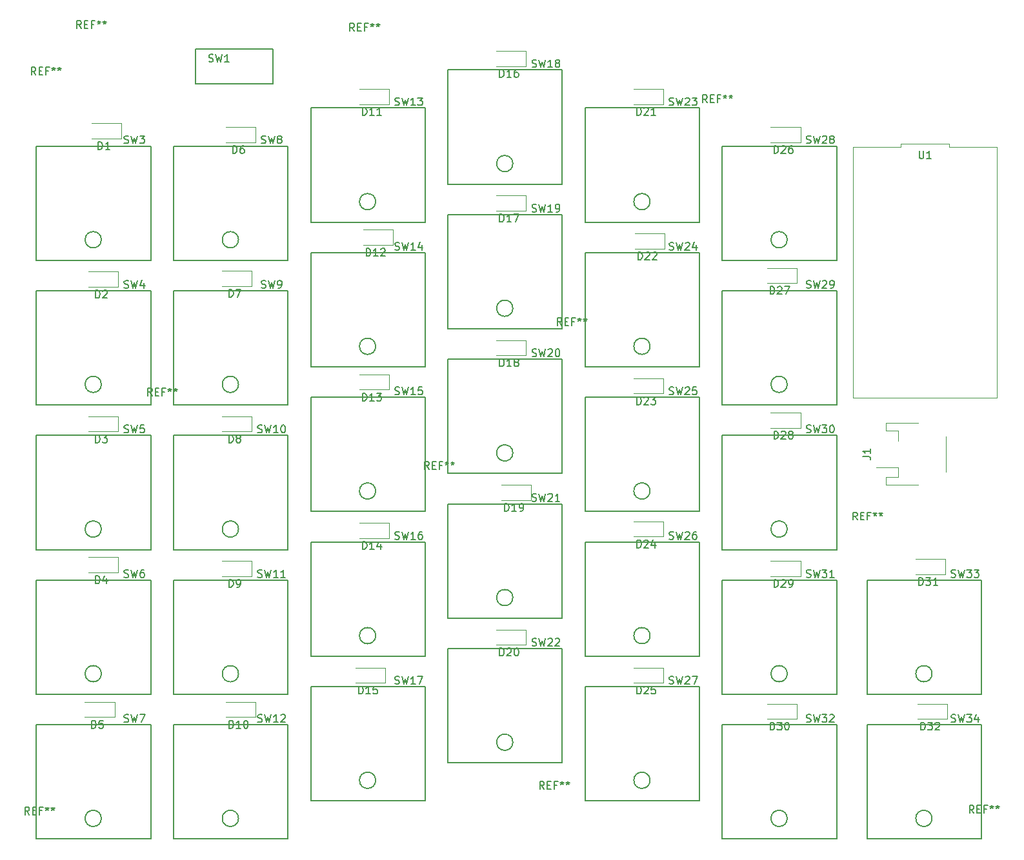
<source format=gbr>
%TF.GenerationSoftware,KiCad,Pcbnew,(5.1.7-0-10_14)*%
%TF.CreationDate,2022-11-13T20:21:01-08:00*%
%TF.ProjectId,swing-atreus-r,7377696e-672d-4617-9472-6575732d722e,rev?*%
%TF.SameCoordinates,Original*%
%TF.FileFunction,Legend,Top*%
%TF.FilePolarity,Positive*%
%FSLAX46Y46*%
G04 Gerber Fmt 4.6, Leading zero omitted, Abs format (unit mm)*
G04 Created by KiCad (PCBNEW (5.1.7-0-10_14)) date 2022-11-13 20:21:01*
%MOMM*%
%LPD*%
G01*
G04 APERTURE LIST*
%ADD10C,0.120000*%
%ADD11C,0.150000*%
G04 APERTURE END LIST*
D10*
%TO.C,U1*%
X166350000Y-37500000D02*
X166350000Y-39580000D01*
X147450001Y-37500000D02*
X147450001Y-39580000D01*
X147450001Y-39580000D02*
X147450000Y-70420000D01*
X147450000Y-70420000D02*
X166349999Y-70420000D01*
X166349999Y-70420000D02*
X166350000Y-39580000D01*
X166350000Y-37500000D02*
X160050000Y-37500000D01*
X160050000Y-37420000D02*
X160050000Y-37060000D01*
X160050000Y-37060000D02*
X153750001Y-37060000D01*
X153750001Y-37060000D02*
X153750001Y-37420000D01*
X153750001Y-37500000D02*
X147450001Y-37500000D01*
D11*
%TO.C,SW4*%
X48813015Y-68700000D02*
G75*
G03*
X48813015Y-68700000I-1063015J0D01*
G01*
X40300000Y-71400000D02*
X40300000Y-56400000D01*
X55300000Y-71400000D02*
X40300000Y-71400000D01*
X55300000Y-56400000D02*
X55300000Y-71400000D01*
X40300000Y-56400000D02*
X55300000Y-56400000D01*
D10*
%TO.C,D1*%
X51400000Y-36400000D02*
X51400000Y-34400000D01*
X51400000Y-34400000D02*
X47500000Y-34400000D01*
X51400000Y-36400000D02*
X47500000Y-36400000D01*
%TO.C,D2*%
X51050000Y-55900000D02*
X51050000Y-53900000D01*
X51050000Y-53900000D02*
X47150000Y-53900000D01*
X51050000Y-55900000D02*
X47150000Y-55900000D01*
%TO.C,D3*%
X51050000Y-74900000D02*
X51050000Y-72900000D01*
X51050000Y-72900000D02*
X47150000Y-72900000D01*
X51050000Y-74900000D02*
X47150000Y-74900000D01*
%TO.C,D4*%
X51050000Y-93400000D02*
X47150000Y-93400000D01*
X51050000Y-91400000D02*
X47150000Y-91400000D01*
X51050000Y-93400000D02*
X51050000Y-91400000D01*
%TO.C,D5*%
X50550000Y-112400000D02*
X46650000Y-112400000D01*
X50550000Y-110400000D02*
X46650000Y-110400000D01*
X50550000Y-112400000D02*
X50550000Y-110400000D01*
%TO.C,D6*%
X69050000Y-36900000D02*
X69050000Y-34900000D01*
X69050000Y-34900000D02*
X65150000Y-34900000D01*
X69050000Y-36900000D02*
X65150000Y-36900000D01*
%TO.C,D7*%
X68550000Y-55800000D02*
X68550000Y-53800000D01*
X68550000Y-53800000D02*
X64650000Y-53800000D01*
X68550000Y-55800000D02*
X64650000Y-55800000D01*
%TO.C,D8*%
X68550000Y-74900000D02*
X68550000Y-72900000D01*
X68550000Y-72900000D02*
X64650000Y-72900000D01*
X68550000Y-74900000D02*
X64650000Y-74900000D01*
%TO.C,D9*%
X68550000Y-93900000D02*
X64650000Y-93900000D01*
X68550000Y-91900000D02*
X64650000Y-91900000D01*
X68550000Y-93900000D02*
X68550000Y-91900000D01*
%TO.C,D10*%
X69050000Y-112400000D02*
X65150000Y-112400000D01*
X69050000Y-110400000D02*
X65150000Y-110400000D01*
X69050000Y-112400000D02*
X69050000Y-110400000D01*
%TO.C,D11*%
X86550000Y-31900000D02*
X86550000Y-29900000D01*
X86550000Y-29900000D02*
X82650000Y-29900000D01*
X86550000Y-31900000D02*
X82650000Y-31900000D01*
%TO.C,D12*%
X87050000Y-50400000D02*
X87050000Y-48400000D01*
X87050000Y-48400000D02*
X83150000Y-48400000D01*
X87050000Y-50400000D02*
X83150000Y-50400000D01*
%TO.C,D13*%
X86550000Y-69400000D02*
X86550000Y-67400000D01*
X86550000Y-67400000D02*
X82650000Y-67400000D01*
X86550000Y-69400000D02*
X82650000Y-69400000D01*
%TO.C,D14*%
X86550000Y-88900000D02*
X82650000Y-88900000D01*
X86550000Y-86900000D02*
X82650000Y-86900000D01*
X86550000Y-88900000D02*
X86550000Y-86900000D01*
%TO.C,D15*%
X86050000Y-107900000D02*
X82150000Y-107900000D01*
X86050000Y-105900000D02*
X82150000Y-105900000D01*
X86050000Y-107900000D02*
X86050000Y-105900000D01*
%TO.C,D16*%
X104550000Y-26900000D02*
X104550000Y-24900000D01*
X104550000Y-24900000D02*
X100650000Y-24900000D01*
X104550000Y-26900000D02*
X100650000Y-26900000D01*
%TO.C,D17*%
X104550000Y-45900000D02*
X104550000Y-43900000D01*
X104550000Y-43900000D02*
X100650000Y-43900000D01*
X104550000Y-45900000D02*
X100650000Y-45900000D01*
%TO.C,D18*%
X104550000Y-64900000D02*
X100650000Y-64900000D01*
X104550000Y-62900000D02*
X100650000Y-62900000D01*
X104550000Y-64900000D02*
X104550000Y-62900000D01*
%TO.C,D19*%
X105200000Y-83900000D02*
X101300000Y-83900000D01*
X105200000Y-81900000D02*
X101300000Y-81900000D01*
X105200000Y-83900000D02*
X105200000Y-81900000D01*
%TO.C,D20*%
X104550000Y-102900000D02*
X100650000Y-102900000D01*
X104550000Y-100900000D02*
X100650000Y-100900000D01*
X104550000Y-102900000D02*
X104550000Y-100900000D01*
%TO.C,D21*%
X122550000Y-31900000D02*
X122550000Y-29900000D01*
X122550000Y-29900000D02*
X118650000Y-29900000D01*
X122550000Y-31900000D02*
X118650000Y-31900000D01*
%TO.C,D22*%
X122700000Y-50900000D02*
X122700000Y-48900000D01*
X122700000Y-48900000D02*
X118800000Y-48900000D01*
X122700000Y-50900000D02*
X118800000Y-50900000D01*
%TO.C,D23*%
X122550000Y-69900000D02*
X122550000Y-67900000D01*
X122550000Y-67900000D02*
X118650000Y-67900000D01*
X122550000Y-69900000D02*
X118650000Y-69900000D01*
%TO.C,D24*%
X122550000Y-88700000D02*
X118650000Y-88700000D01*
X122550000Y-86700000D02*
X118650000Y-86700000D01*
X122550000Y-88700000D02*
X122550000Y-86700000D01*
%TO.C,D25*%
X122550000Y-107900000D02*
X118650000Y-107900000D01*
X122550000Y-105900000D02*
X118650000Y-105900000D01*
X122550000Y-107900000D02*
X122550000Y-105900000D01*
%TO.C,D26*%
X140550000Y-36900000D02*
X140550000Y-34900000D01*
X140550000Y-34900000D02*
X136650000Y-34900000D01*
X140550000Y-36900000D02*
X136650000Y-36900000D01*
%TO.C,D27*%
X140050000Y-55400000D02*
X140050000Y-53400000D01*
X140050000Y-53400000D02*
X136150000Y-53400000D01*
X140050000Y-55400000D02*
X136150000Y-55400000D01*
%TO.C,D28*%
X140550000Y-74400000D02*
X136650000Y-74400000D01*
X140550000Y-72400000D02*
X136650000Y-72400000D01*
X140550000Y-74400000D02*
X140550000Y-72400000D01*
%TO.C,D29*%
X140550000Y-93900000D02*
X136650000Y-93900000D01*
X140550000Y-91900000D02*
X136650000Y-91900000D01*
X140550000Y-93900000D02*
X140550000Y-91900000D01*
%TO.C,D30*%
X140050000Y-112650000D02*
X136150000Y-112650000D01*
X140050000Y-110650000D02*
X136150000Y-110650000D01*
X140050000Y-112650000D02*
X140050000Y-110650000D01*
%TO.C,D31*%
X159550000Y-93650000D02*
X155650000Y-93650000D01*
X159550000Y-91650000D02*
X155650000Y-91650000D01*
X159550000Y-93650000D02*
X159550000Y-91650000D01*
%TO.C,D32*%
X159800000Y-112650000D02*
X155900000Y-112650000D01*
X159800000Y-110650000D02*
X155900000Y-110650000D01*
X159800000Y-112650000D02*
X159800000Y-110650000D01*
D11*
%TO.C,SW1*%
X70310000Y-29186000D02*
X62436000Y-29186000D01*
X61166000Y-29186000D02*
X61166000Y-24614000D01*
X61166000Y-24614000D02*
X71326000Y-24614000D01*
X71326000Y-24614000D02*
X71326000Y-29186000D01*
X71326000Y-29186000D02*
X70310000Y-29186000D01*
X70310000Y-29186000D02*
X61166000Y-29186000D01*
%TO.C,SW3*%
X40300000Y-37400000D02*
X55300000Y-37400000D01*
X55300000Y-37400000D02*
X55300000Y-52400000D01*
X55300000Y-52400000D02*
X40300000Y-52400000D01*
X40300000Y-52400000D02*
X40300000Y-37400000D01*
X48813015Y-49700000D02*
G75*
G03*
X48813015Y-49700000I-1063015J0D01*
G01*
%TO.C,SW5*%
X48813015Y-87700000D02*
G75*
G03*
X48813015Y-87700000I-1063015J0D01*
G01*
X40300000Y-90400000D02*
X40300000Y-75400000D01*
X55300000Y-90400000D02*
X40300000Y-90400000D01*
X55300000Y-75400000D02*
X55300000Y-90400000D01*
X40300000Y-75400000D02*
X55300000Y-75400000D01*
%TO.C,SW6*%
X40300000Y-94400000D02*
X55300000Y-94400000D01*
X55300000Y-94400000D02*
X55300000Y-109400000D01*
X55300000Y-109400000D02*
X40300000Y-109400000D01*
X40300000Y-109400000D02*
X40300000Y-94400000D01*
X48813015Y-106700000D02*
G75*
G03*
X48813015Y-106700000I-1063015J0D01*
G01*
%TO.C,SW7*%
X40300000Y-113400000D02*
X55300000Y-113400000D01*
X55300000Y-113400000D02*
X55300000Y-128400000D01*
X55300000Y-128400000D02*
X40300000Y-128400000D01*
X40300000Y-128400000D02*
X40300000Y-113400000D01*
X48813015Y-125700000D02*
G75*
G03*
X48813015Y-125700000I-1063015J0D01*
G01*
%TO.C,SW8*%
X66813015Y-49700000D02*
G75*
G03*
X66813015Y-49700000I-1063015J0D01*
G01*
X58300000Y-52400000D02*
X58300000Y-37400000D01*
X73300000Y-52400000D02*
X58300000Y-52400000D01*
X73300000Y-37400000D02*
X73300000Y-52400000D01*
X58300000Y-37400000D02*
X73300000Y-37400000D01*
%TO.C,SW9*%
X66813015Y-68700000D02*
G75*
G03*
X66813015Y-68700000I-1063015J0D01*
G01*
X58300000Y-71400000D02*
X58300000Y-56400000D01*
X73300000Y-71400000D02*
X58300000Y-71400000D01*
X73300000Y-56400000D02*
X73300000Y-71400000D01*
X58300000Y-56400000D02*
X73300000Y-56400000D01*
%TO.C,SW10*%
X66813015Y-87700000D02*
G75*
G03*
X66813015Y-87700000I-1063015J0D01*
G01*
X58300000Y-90400000D02*
X58300000Y-75400000D01*
X73300000Y-90400000D02*
X58300000Y-90400000D01*
X73300000Y-75400000D02*
X73300000Y-90400000D01*
X58300000Y-75400000D02*
X73300000Y-75400000D01*
%TO.C,SW11*%
X58300000Y-94400000D02*
X73300000Y-94400000D01*
X73300000Y-94400000D02*
X73300000Y-109400000D01*
X73300000Y-109400000D02*
X58300000Y-109400000D01*
X58300000Y-109400000D02*
X58300000Y-94400000D01*
X66813015Y-106700000D02*
G75*
G03*
X66813015Y-106700000I-1063015J0D01*
G01*
%TO.C,SW12*%
X58300000Y-113400000D02*
X73300000Y-113400000D01*
X73300000Y-113400000D02*
X73300000Y-128400000D01*
X73300000Y-128400000D02*
X58300000Y-128400000D01*
X58300000Y-128400000D02*
X58300000Y-113400000D01*
X66813015Y-125700000D02*
G75*
G03*
X66813015Y-125700000I-1063015J0D01*
G01*
%TO.C,SW13*%
X84813015Y-44700000D02*
G75*
G03*
X84813015Y-44700000I-1063015J0D01*
G01*
X76300000Y-47400000D02*
X76300000Y-32400000D01*
X91300000Y-47400000D02*
X76300000Y-47400000D01*
X91300000Y-32400000D02*
X91300000Y-47400000D01*
X76300000Y-32400000D02*
X91300000Y-32400000D01*
%TO.C,SW14*%
X84813015Y-63700000D02*
G75*
G03*
X84813015Y-63700000I-1063015J0D01*
G01*
X76300000Y-66400000D02*
X76300000Y-51400000D01*
X91300000Y-66400000D02*
X76300000Y-66400000D01*
X91300000Y-51400000D02*
X91300000Y-66400000D01*
X76300000Y-51400000D02*
X91300000Y-51400000D01*
%TO.C,SW15*%
X84813015Y-82700000D02*
G75*
G03*
X84813015Y-82700000I-1063015J0D01*
G01*
X76300000Y-85400000D02*
X76300000Y-70400000D01*
X91300000Y-85400000D02*
X76300000Y-85400000D01*
X91300000Y-70400000D02*
X91300000Y-85400000D01*
X76300000Y-70400000D02*
X91300000Y-70400000D01*
%TO.C,SW16*%
X76300000Y-89400000D02*
X91300000Y-89400000D01*
X91300000Y-89400000D02*
X91300000Y-104400000D01*
X91300000Y-104400000D02*
X76300000Y-104400000D01*
X76300000Y-104400000D02*
X76300000Y-89400000D01*
X84813015Y-101700000D02*
G75*
G03*
X84813015Y-101700000I-1063015J0D01*
G01*
%TO.C,SW17*%
X76300000Y-108400000D02*
X91300000Y-108400000D01*
X91300000Y-108400000D02*
X91300000Y-123400000D01*
X91300000Y-123400000D02*
X76300000Y-123400000D01*
X76300000Y-123400000D02*
X76300000Y-108400000D01*
X84813015Y-120700000D02*
G75*
G03*
X84813015Y-120700000I-1063015J0D01*
G01*
%TO.C,SW18*%
X102813015Y-39700000D02*
G75*
G03*
X102813015Y-39700000I-1063015J0D01*
G01*
X94300000Y-42400000D02*
X94300000Y-27400000D01*
X109300000Y-42400000D02*
X94300000Y-42400000D01*
X109300000Y-27400000D02*
X109300000Y-42400000D01*
X94300000Y-27400000D02*
X109300000Y-27400000D01*
%TO.C,SW19*%
X102813015Y-58700000D02*
G75*
G03*
X102813015Y-58700000I-1063015J0D01*
G01*
X94300000Y-61400000D02*
X94300000Y-46400000D01*
X109300000Y-61400000D02*
X94300000Y-61400000D01*
X109300000Y-46400000D02*
X109300000Y-61400000D01*
X94300000Y-46400000D02*
X109300000Y-46400000D01*
%TO.C,SW20*%
X102813015Y-77700000D02*
G75*
G03*
X102813015Y-77700000I-1063015J0D01*
G01*
X94300000Y-80400000D02*
X94300000Y-65400000D01*
X109300000Y-80400000D02*
X94300000Y-80400000D01*
X109300000Y-65400000D02*
X109300000Y-80400000D01*
X94300000Y-65400000D02*
X109300000Y-65400000D01*
%TO.C,SW21*%
X94300000Y-84400000D02*
X109300000Y-84400000D01*
X109300000Y-84400000D02*
X109300000Y-99400000D01*
X109300000Y-99400000D02*
X94300000Y-99400000D01*
X94300000Y-99400000D02*
X94300000Y-84400000D01*
X102813015Y-96700000D02*
G75*
G03*
X102813015Y-96700000I-1063015J0D01*
G01*
%TO.C,SW22*%
X94300000Y-103400000D02*
X109300000Y-103400000D01*
X109300000Y-103400000D02*
X109300000Y-118400000D01*
X109300000Y-118400000D02*
X94300000Y-118400000D01*
X94300000Y-118400000D02*
X94300000Y-103400000D01*
X102813015Y-115700000D02*
G75*
G03*
X102813015Y-115700000I-1063015J0D01*
G01*
%TO.C,SW23*%
X120813015Y-44700000D02*
G75*
G03*
X120813015Y-44700000I-1063015J0D01*
G01*
X112300000Y-47400000D02*
X112300000Y-32400000D01*
X127300000Y-47400000D02*
X112300000Y-47400000D01*
X127300000Y-32400000D02*
X127300000Y-47400000D01*
X112300000Y-32400000D02*
X127300000Y-32400000D01*
%TO.C,SW24*%
X120813015Y-63700000D02*
G75*
G03*
X120813015Y-63700000I-1063015J0D01*
G01*
X112300000Y-66400000D02*
X112300000Y-51400000D01*
X127300000Y-66400000D02*
X112300000Y-66400000D01*
X127300000Y-51400000D02*
X127300000Y-66400000D01*
X112300000Y-51400000D02*
X127300000Y-51400000D01*
%TO.C,SW25*%
X120813015Y-82700000D02*
G75*
G03*
X120813015Y-82700000I-1063015J0D01*
G01*
X112300000Y-85400000D02*
X112300000Y-70400000D01*
X127300000Y-85400000D02*
X112300000Y-85400000D01*
X127300000Y-70400000D02*
X127300000Y-85400000D01*
X112300000Y-70400000D02*
X127300000Y-70400000D01*
%TO.C,SW26*%
X112300000Y-89400000D02*
X127300000Y-89400000D01*
X127300000Y-89400000D02*
X127300000Y-104400000D01*
X127300000Y-104400000D02*
X112300000Y-104400000D01*
X112300000Y-104400000D02*
X112300000Y-89400000D01*
X120813015Y-101700000D02*
G75*
G03*
X120813015Y-101700000I-1063015J0D01*
G01*
%TO.C,SW27*%
X112300000Y-108400000D02*
X127300000Y-108400000D01*
X127300000Y-108400000D02*
X127300000Y-123400000D01*
X127300000Y-123400000D02*
X112300000Y-123400000D01*
X112300000Y-123400000D02*
X112300000Y-108400000D01*
X120813015Y-120700000D02*
G75*
G03*
X120813015Y-120700000I-1063015J0D01*
G01*
%TO.C,SW28*%
X138813015Y-49700000D02*
G75*
G03*
X138813015Y-49700000I-1063015J0D01*
G01*
X130300000Y-52400000D02*
X130300000Y-37400000D01*
X145300000Y-52400000D02*
X130300000Y-52400000D01*
X145300000Y-37400000D02*
X145300000Y-52400000D01*
X130300000Y-37400000D02*
X145300000Y-37400000D01*
%TO.C,SW29*%
X138813015Y-68700000D02*
G75*
G03*
X138813015Y-68700000I-1063015J0D01*
G01*
X130300000Y-71400000D02*
X130300000Y-56400000D01*
X145300000Y-71400000D02*
X130300000Y-71400000D01*
X145300000Y-56400000D02*
X145300000Y-71400000D01*
X130300000Y-56400000D02*
X145300000Y-56400000D01*
%TO.C,SW30*%
X130300000Y-75400000D02*
X145300000Y-75400000D01*
X145300000Y-75400000D02*
X145300000Y-90400000D01*
X145300000Y-90400000D02*
X130300000Y-90400000D01*
X130300000Y-90400000D02*
X130300000Y-75400000D01*
X138813015Y-87700000D02*
G75*
G03*
X138813015Y-87700000I-1063015J0D01*
G01*
%TO.C,SW31*%
X130300000Y-94400000D02*
X145300000Y-94400000D01*
X145300000Y-94400000D02*
X145300000Y-109400000D01*
X145300000Y-109400000D02*
X130300000Y-109400000D01*
X130300000Y-109400000D02*
X130300000Y-94400000D01*
X138813015Y-106700000D02*
G75*
G03*
X138813015Y-106700000I-1063015J0D01*
G01*
%TO.C,SW32*%
X130300000Y-113400000D02*
X145300000Y-113400000D01*
X145300000Y-113400000D02*
X145300000Y-128400000D01*
X145300000Y-128400000D02*
X130300000Y-128400000D01*
X130300000Y-128400000D02*
X130300000Y-113400000D01*
X138813015Y-125700000D02*
G75*
G03*
X138813015Y-125700000I-1063015J0D01*
G01*
%TO.C,SW33*%
X149300000Y-94400000D02*
X164300000Y-94400000D01*
X164300000Y-94400000D02*
X164300000Y-109400000D01*
X164300000Y-109400000D02*
X149300000Y-109400000D01*
X149300000Y-109400000D02*
X149300000Y-94400000D01*
X157813015Y-106700000D02*
G75*
G03*
X157813015Y-106700000I-1063015J0D01*
G01*
%TO.C,SW34*%
X149300000Y-113400000D02*
X164300000Y-113400000D01*
X164300000Y-113400000D02*
X164300000Y-128400000D01*
X164300000Y-128400000D02*
X149300000Y-128400000D01*
X149300000Y-128400000D02*
X149300000Y-113400000D01*
X157813015Y-125700000D02*
G75*
G03*
X157813015Y-125700000I-1063015J0D01*
G01*
D10*
%TO.C,J1*%
X159610000Y-80190000D02*
X159610000Y-75510000D01*
X153390000Y-74810000D02*
X153390000Y-76090000D01*
X151790000Y-74810000D02*
X153390000Y-74810000D01*
X151790000Y-73790000D02*
X151790000Y-74810000D01*
X156040000Y-73790000D02*
X151790000Y-73790000D01*
X153390000Y-79610000D02*
X150500000Y-79610000D01*
X153390000Y-80890000D02*
X153390000Y-79610000D01*
X151790000Y-80890000D02*
X153390000Y-80890000D01*
X151790000Y-81910000D02*
X151790000Y-80890000D01*
X156040000Y-81910000D02*
X151790000Y-81910000D01*
%TO.C,REF\u002A\u002A*%
D11*
X109216666Y-60952380D02*
X108883333Y-60476190D01*
X108645238Y-60952380D02*
X108645238Y-59952380D01*
X109026190Y-59952380D01*
X109121428Y-60000000D01*
X109169047Y-60047619D01*
X109216666Y-60142857D01*
X109216666Y-60285714D01*
X109169047Y-60380952D01*
X109121428Y-60428571D01*
X109026190Y-60476190D01*
X108645238Y-60476190D01*
X109645238Y-60428571D02*
X109978571Y-60428571D01*
X110121428Y-60952380D02*
X109645238Y-60952380D01*
X109645238Y-59952380D01*
X110121428Y-59952380D01*
X110883333Y-60428571D02*
X110550000Y-60428571D01*
X110550000Y-60952380D02*
X110550000Y-59952380D01*
X111026190Y-59952380D01*
X111550000Y-59952380D02*
X111550000Y-60190476D01*
X111311904Y-60095238D02*
X111550000Y-60190476D01*
X111788095Y-60095238D01*
X111407142Y-60380952D02*
X111550000Y-60190476D01*
X111692857Y-60380952D01*
X112311904Y-59952380D02*
X112311904Y-60190476D01*
X112073809Y-60095238D02*
X112311904Y-60190476D01*
X112550000Y-60095238D01*
X112169047Y-60380952D02*
X112311904Y-60190476D01*
X112454761Y-60380952D01*
X55466666Y-70202380D02*
X55133333Y-69726190D01*
X54895238Y-70202380D02*
X54895238Y-69202380D01*
X55276190Y-69202380D01*
X55371428Y-69250000D01*
X55419047Y-69297619D01*
X55466666Y-69392857D01*
X55466666Y-69535714D01*
X55419047Y-69630952D01*
X55371428Y-69678571D01*
X55276190Y-69726190D01*
X54895238Y-69726190D01*
X55895238Y-69678571D02*
X56228571Y-69678571D01*
X56371428Y-70202380D02*
X55895238Y-70202380D01*
X55895238Y-69202380D01*
X56371428Y-69202380D01*
X57133333Y-69678571D02*
X56800000Y-69678571D01*
X56800000Y-70202380D02*
X56800000Y-69202380D01*
X57276190Y-69202380D01*
X57800000Y-69202380D02*
X57800000Y-69440476D01*
X57561904Y-69345238D02*
X57800000Y-69440476D01*
X58038095Y-69345238D01*
X57657142Y-69630952D02*
X57800000Y-69440476D01*
X57942857Y-69630952D01*
X58561904Y-69202380D02*
X58561904Y-69440476D01*
X58323809Y-69345238D02*
X58561904Y-69440476D01*
X58800000Y-69345238D01*
X58419047Y-69630952D02*
X58561904Y-69440476D01*
X58704761Y-69630952D01*
X91816666Y-79852380D02*
X91483333Y-79376190D01*
X91245238Y-79852380D02*
X91245238Y-78852380D01*
X91626190Y-78852380D01*
X91721428Y-78900000D01*
X91769047Y-78947619D01*
X91816666Y-79042857D01*
X91816666Y-79185714D01*
X91769047Y-79280952D01*
X91721428Y-79328571D01*
X91626190Y-79376190D01*
X91245238Y-79376190D01*
X92245238Y-79328571D02*
X92578571Y-79328571D01*
X92721428Y-79852380D02*
X92245238Y-79852380D01*
X92245238Y-78852380D01*
X92721428Y-78852380D01*
X93483333Y-79328571D02*
X93150000Y-79328571D01*
X93150000Y-79852380D02*
X93150000Y-78852380D01*
X93626190Y-78852380D01*
X94150000Y-78852380D02*
X94150000Y-79090476D01*
X93911904Y-78995238D02*
X94150000Y-79090476D01*
X94388095Y-78995238D01*
X94007142Y-79280952D02*
X94150000Y-79090476D01*
X94292857Y-79280952D01*
X94911904Y-78852380D02*
X94911904Y-79090476D01*
X94673809Y-78995238D02*
X94911904Y-79090476D01*
X95150000Y-78995238D01*
X94769047Y-79280952D02*
X94911904Y-79090476D01*
X95054761Y-79280952D01*
X39366666Y-125202380D02*
X39033333Y-124726190D01*
X38795238Y-125202380D02*
X38795238Y-124202380D01*
X39176190Y-124202380D01*
X39271428Y-124250000D01*
X39319047Y-124297619D01*
X39366666Y-124392857D01*
X39366666Y-124535714D01*
X39319047Y-124630952D01*
X39271428Y-124678571D01*
X39176190Y-124726190D01*
X38795238Y-124726190D01*
X39795238Y-124678571D02*
X40128571Y-124678571D01*
X40271428Y-125202380D02*
X39795238Y-125202380D01*
X39795238Y-124202380D01*
X40271428Y-124202380D01*
X41033333Y-124678571D02*
X40700000Y-124678571D01*
X40700000Y-125202380D02*
X40700000Y-124202380D01*
X41176190Y-124202380D01*
X41700000Y-124202380D02*
X41700000Y-124440476D01*
X41461904Y-124345238D02*
X41700000Y-124440476D01*
X41938095Y-124345238D01*
X41557142Y-124630952D02*
X41700000Y-124440476D01*
X41842857Y-124630952D01*
X42461904Y-124202380D02*
X42461904Y-124440476D01*
X42223809Y-124345238D02*
X42461904Y-124440476D01*
X42700000Y-124345238D01*
X42319047Y-124630952D02*
X42461904Y-124440476D01*
X42604761Y-124630952D01*
X106916666Y-121852380D02*
X106583333Y-121376190D01*
X106345238Y-121852380D02*
X106345238Y-120852380D01*
X106726190Y-120852380D01*
X106821428Y-120900000D01*
X106869047Y-120947619D01*
X106916666Y-121042857D01*
X106916666Y-121185714D01*
X106869047Y-121280952D01*
X106821428Y-121328571D01*
X106726190Y-121376190D01*
X106345238Y-121376190D01*
X107345238Y-121328571D02*
X107678571Y-121328571D01*
X107821428Y-121852380D02*
X107345238Y-121852380D01*
X107345238Y-120852380D01*
X107821428Y-120852380D01*
X108583333Y-121328571D02*
X108250000Y-121328571D01*
X108250000Y-121852380D02*
X108250000Y-120852380D01*
X108726190Y-120852380D01*
X109250000Y-120852380D02*
X109250000Y-121090476D01*
X109011904Y-120995238D02*
X109250000Y-121090476D01*
X109488095Y-120995238D01*
X109107142Y-121280952D02*
X109250000Y-121090476D01*
X109392857Y-121280952D01*
X110011904Y-120852380D02*
X110011904Y-121090476D01*
X109773809Y-120995238D02*
X110011904Y-121090476D01*
X110250000Y-120995238D01*
X109869047Y-121280952D02*
X110011904Y-121090476D01*
X110154761Y-121280952D01*
X163316666Y-125002380D02*
X162983333Y-124526190D01*
X162745238Y-125002380D02*
X162745238Y-124002380D01*
X163126190Y-124002380D01*
X163221428Y-124050000D01*
X163269047Y-124097619D01*
X163316666Y-124192857D01*
X163316666Y-124335714D01*
X163269047Y-124430952D01*
X163221428Y-124478571D01*
X163126190Y-124526190D01*
X162745238Y-124526190D01*
X163745238Y-124478571D02*
X164078571Y-124478571D01*
X164221428Y-125002380D02*
X163745238Y-125002380D01*
X163745238Y-124002380D01*
X164221428Y-124002380D01*
X164983333Y-124478571D02*
X164650000Y-124478571D01*
X164650000Y-125002380D02*
X164650000Y-124002380D01*
X165126190Y-124002380D01*
X165650000Y-124002380D02*
X165650000Y-124240476D01*
X165411904Y-124145238D02*
X165650000Y-124240476D01*
X165888095Y-124145238D01*
X165507142Y-124430952D02*
X165650000Y-124240476D01*
X165792857Y-124430952D01*
X166411904Y-124002380D02*
X166411904Y-124240476D01*
X166173809Y-124145238D02*
X166411904Y-124240476D01*
X166650000Y-124145238D01*
X166269047Y-124430952D02*
X166411904Y-124240476D01*
X166554761Y-124430952D01*
X148016666Y-86502380D02*
X147683333Y-86026190D01*
X147445238Y-86502380D02*
X147445238Y-85502380D01*
X147826190Y-85502380D01*
X147921428Y-85550000D01*
X147969047Y-85597619D01*
X148016666Y-85692857D01*
X148016666Y-85835714D01*
X147969047Y-85930952D01*
X147921428Y-85978571D01*
X147826190Y-86026190D01*
X147445238Y-86026190D01*
X148445238Y-85978571D02*
X148778571Y-85978571D01*
X148921428Y-86502380D02*
X148445238Y-86502380D01*
X148445238Y-85502380D01*
X148921428Y-85502380D01*
X149683333Y-85978571D02*
X149350000Y-85978571D01*
X149350000Y-86502380D02*
X149350000Y-85502380D01*
X149826190Y-85502380D01*
X150350000Y-85502380D02*
X150350000Y-85740476D01*
X150111904Y-85645238D02*
X150350000Y-85740476D01*
X150588095Y-85645238D01*
X150207142Y-85930952D02*
X150350000Y-85740476D01*
X150492857Y-85930952D01*
X151111904Y-85502380D02*
X151111904Y-85740476D01*
X150873809Y-85645238D02*
X151111904Y-85740476D01*
X151350000Y-85645238D01*
X150969047Y-85930952D02*
X151111904Y-85740476D01*
X151254761Y-85930952D01*
X128316666Y-31702380D02*
X127983333Y-31226190D01*
X127745238Y-31702380D02*
X127745238Y-30702380D01*
X128126190Y-30702380D01*
X128221428Y-30750000D01*
X128269047Y-30797619D01*
X128316666Y-30892857D01*
X128316666Y-31035714D01*
X128269047Y-31130952D01*
X128221428Y-31178571D01*
X128126190Y-31226190D01*
X127745238Y-31226190D01*
X128745238Y-31178571D02*
X129078571Y-31178571D01*
X129221428Y-31702380D02*
X128745238Y-31702380D01*
X128745238Y-30702380D01*
X129221428Y-30702380D01*
X129983333Y-31178571D02*
X129650000Y-31178571D01*
X129650000Y-31702380D02*
X129650000Y-30702380D01*
X130126190Y-30702380D01*
X130650000Y-30702380D02*
X130650000Y-30940476D01*
X130411904Y-30845238D02*
X130650000Y-30940476D01*
X130888095Y-30845238D01*
X130507142Y-31130952D02*
X130650000Y-30940476D01*
X130792857Y-31130952D01*
X131411904Y-30702380D02*
X131411904Y-30940476D01*
X131173809Y-30845238D02*
X131411904Y-30940476D01*
X131650000Y-30845238D01*
X131269047Y-31130952D02*
X131411904Y-30940476D01*
X131554761Y-31130952D01*
X82016666Y-22302380D02*
X81683333Y-21826190D01*
X81445238Y-22302380D02*
X81445238Y-21302380D01*
X81826190Y-21302380D01*
X81921428Y-21350000D01*
X81969047Y-21397619D01*
X82016666Y-21492857D01*
X82016666Y-21635714D01*
X81969047Y-21730952D01*
X81921428Y-21778571D01*
X81826190Y-21826190D01*
X81445238Y-21826190D01*
X82445238Y-21778571D02*
X82778571Y-21778571D01*
X82921428Y-22302380D02*
X82445238Y-22302380D01*
X82445238Y-21302380D01*
X82921428Y-21302380D01*
X83683333Y-21778571D02*
X83350000Y-21778571D01*
X83350000Y-22302380D02*
X83350000Y-21302380D01*
X83826190Y-21302380D01*
X84350000Y-21302380D02*
X84350000Y-21540476D01*
X84111904Y-21445238D02*
X84350000Y-21540476D01*
X84588095Y-21445238D01*
X84207142Y-21730952D02*
X84350000Y-21540476D01*
X84492857Y-21730952D01*
X85111904Y-21302380D02*
X85111904Y-21540476D01*
X84873809Y-21445238D02*
X85111904Y-21540476D01*
X85350000Y-21445238D01*
X84969047Y-21730952D02*
X85111904Y-21540476D01*
X85254761Y-21730952D01*
X40216666Y-28052380D02*
X39883333Y-27576190D01*
X39645238Y-28052380D02*
X39645238Y-27052380D01*
X40026190Y-27052380D01*
X40121428Y-27100000D01*
X40169047Y-27147619D01*
X40216666Y-27242857D01*
X40216666Y-27385714D01*
X40169047Y-27480952D01*
X40121428Y-27528571D01*
X40026190Y-27576190D01*
X39645238Y-27576190D01*
X40645238Y-27528571D02*
X40978571Y-27528571D01*
X41121428Y-28052380D02*
X40645238Y-28052380D01*
X40645238Y-27052380D01*
X41121428Y-27052380D01*
X41883333Y-27528571D02*
X41550000Y-27528571D01*
X41550000Y-28052380D02*
X41550000Y-27052380D01*
X42026190Y-27052380D01*
X42550000Y-27052380D02*
X42550000Y-27290476D01*
X42311904Y-27195238D02*
X42550000Y-27290476D01*
X42788095Y-27195238D01*
X42407142Y-27480952D02*
X42550000Y-27290476D01*
X42692857Y-27480952D01*
X43311904Y-27052380D02*
X43311904Y-27290476D01*
X43073809Y-27195238D02*
X43311904Y-27290476D01*
X43550000Y-27195238D01*
X43169047Y-27480952D02*
X43311904Y-27290476D01*
X43454761Y-27480952D01*
X46166666Y-21952380D02*
X45833333Y-21476190D01*
X45595238Y-21952380D02*
X45595238Y-20952380D01*
X45976190Y-20952380D01*
X46071428Y-21000000D01*
X46119047Y-21047619D01*
X46166666Y-21142857D01*
X46166666Y-21285714D01*
X46119047Y-21380952D01*
X46071428Y-21428571D01*
X45976190Y-21476190D01*
X45595238Y-21476190D01*
X46595238Y-21428571D02*
X46928571Y-21428571D01*
X47071428Y-21952380D02*
X46595238Y-21952380D01*
X46595238Y-20952380D01*
X47071428Y-20952380D01*
X47833333Y-21428571D02*
X47500000Y-21428571D01*
X47500000Y-21952380D02*
X47500000Y-20952380D01*
X47976190Y-20952380D01*
X48500000Y-20952380D02*
X48500000Y-21190476D01*
X48261904Y-21095238D02*
X48500000Y-21190476D01*
X48738095Y-21095238D01*
X48357142Y-21380952D02*
X48500000Y-21190476D01*
X48642857Y-21380952D01*
X49261904Y-20952380D02*
X49261904Y-21190476D01*
X49023809Y-21095238D02*
X49261904Y-21190476D01*
X49500000Y-21095238D01*
X49119047Y-21380952D02*
X49261904Y-21190476D01*
X49404761Y-21380952D01*
%TO.C,U1*%
X156138095Y-38032380D02*
X156138095Y-38841904D01*
X156185714Y-38937142D01*
X156233333Y-38984761D01*
X156328571Y-39032380D01*
X156519047Y-39032380D01*
X156614285Y-38984761D01*
X156661904Y-38937142D01*
X156709523Y-38841904D01*
X156709523Y-38032380D01*
X157709523Y-39032380D02*
X157138095Y-39032380D01*
X157423809Y-39032380D02*
X157423809Y-38032380D01*
X157328571Y-38175238D01*
X157233333Y-38270476D01*
X157138095Y-38318095D01*
%TO.C,SW4*%
X51816666Y-56004761D02*
X51959523Y-56052380D01*
X52197619Y-56052380D01*
X52292857Y-56004761D01*
X52340476Y-55957142D01*
X52388095Y-55861904D01*
X52388095Y-55766666D01*
X52340476Y-55671428D01*
X52292857Y-55623809D01*
X52197619Y-55576190D01*
X52007142Y-55528571D01*
X51911904Y-55480952D01*
X51864285Y-55433333D01*
X51816666Y-55338095D01*
X51816666Y-55242857D01*
X51864285Y-55147619D01*
X51911904Y-55100000D01*
X52007142Y-55052380D01*
X52245238Y-55052380D01*
X52388095Y-55100000D01*
X52721428Y-55052380D02*
X52959523Y-56052380D01*
X53150000Y-55338095D01*
X53340476Y-56052380D01*
X53578571Y-55052380D01*
X54388095Y-55385714D02*
X54388095Y-56052380D01*
X54150000Y-55004761D02*
X53911904Y-55719047D01*
X54530952Y-55719047D01*
%TO.C,D1*%
X48411904Y-37852380D02*
X48411904Y-36852380D01*
X48650000Y-36852380D01*
X48792857Y-36900000D01*
X48888095Y-36995238D01*
X48935714Y-37090476D01*
X48983333Y-37280952D01*
X48983333Y-37423809D01*
X48935714Y-37614285D01*
X48888095Y-37709523D01*
X48792857Y-37804761D01*
X48650000Y-37852380D01*
X48411904Y-37852380D01*
X49935714Y-37852380D02*
X49364285Y-37852380D01*
X49650000Y-37852380D02*
X49650000Y-36852380D01*
X49554761Y-36995238D01*
X49459523Y-37090476D01*
X49364285Y-37138095D01*
%TO.C,D2*%
X48061904Y-57352380D02*
X48061904Y-56352380D01*
X48300000Y-56352380D01*
X48442857Y-56400000D01*
X48538095Y-56495238D01*
X48585714Y-56590476D01*
X48633333Y-56780952D01*
X48633333Y-56923809D01*
X48585714Y-57114285D01*
X48538095Y-57209523D01*
X48442857Y-57304761D01*
X48300000Y-57352380D01*
X48061904Y-57352380D01*
X49014285Y-56447619D02*
X49061904Y-56400000D01*
X49157142Y-56352380D01*
X49395238Y-56352380D01*
X49490476Y-56400000D01*
X49538095Y-56447619D01*
X49585714Y-56542857D01*
X49585714Y-56638095D01*
X49538095Y-56780952D01*
X48966666Y-57352380D01*
X49585714Y-57352380D01*
%TO.C,D3*%
X48061904Y-76352380D02*
X48061904Y-75352380D01*
X48300000Y-75352380D01*
X48442857Y-75400000D01*
X48538095Y-75495238D01*
X48585714Y-75590476D01*
X48633333Y-75780952D01*
X48633333Y-75923809D01*
X48585714Y-76114285D01*
X48538095Y-76209523D01*
X48442857Y-76304761D01*
X48300000Y-76352380D01*
X48061904Y-76352380D01*
X48966666Y-75352380D02*
X49585714Y-75352380D01*
X49252380Y-75733333D01*
X49395238Y-75733333D01*
X49490476Y-75780952D01*
X49538095Y-75828571D01*
X49585714Y-75923809D01*
X49585714Y-76161904D01*
X49538095Y-76257142D01*
X49490476Y-76304761D01*
X49395238Y-76352380D01*
X49109523Y-76352380D01*
X49014285Y-76304761D01*
X48966666Y-76257142D01*
%TO.C,D4*%
X48061904Y-94852380D02*
X48061904Y-93852380D01*
X48300000Y-93852380D01*
X48442857Y-93900000D01*
X48538095Y-93995238D01*
X48585714Y-94090476D01*
X48633333Y-94280952D01*
X48633333Y-94423809D01*
X48585714Y-94614285D01*
X48538095Y-94709523D01*
X48442857Y-94804761D01*
X48300000Y-94852380D01*
X48061904Y-94852380D01*
X49490476Y-94185714D02*
X49490476Y-94852380D01*
X49252380Y-93804761D02*
X49014285Y-94519047D01*
X49633333Y-94519047D01*
%TO.C,D5*%
X47561904Y-113852380D02*
X47561904Y-112852380D01*
X47800000Y-112852380D01*
X47942857Y-112900000D01*
X48038095Y-112995238D01*
X48085714Y-113090476D01*
X48133333Y-113280952D01*
X48133333Y-113423809D01*
X48085714Y-113614285D01*
X48038095Y-113709523D01*
X47942857Y-113804761D01*
X47800000Y-113852380D01*
X47561904Y-113852380D01*
X49038095Y-112852380D02*
X48561904Y-112852380D01*
X48514285Y-113328571D01*
X48561904Y-113280952D01*
X48657142Y-113233333D01*
X48895238Y-113233333D01*
X48990476Y-113280952D01*
X49038095Y-113328571D01*
X49085714Y-113423809D01*
X49085714Y-113661904D01*
X49038095Y-113757142D01*
X48990476Y-113804761D01*
X48895238Y-113852380D01*
X48657142Y-113852380D01*
X48561904Y-113804761D01*
X48514285Y-113757142D01*
%TO.C,D6*%
X66061904Y-38352380D02*
X66061904Y-37352380D01*
X66300000Y-37352380D01*
X66442857Y-37400000D01*
X66538095Y-37495238D01*
X66585714Y-37590476D01*
X66633333Y-37780952D01*
X66633333Y-37923809D01*
X66585714Y-38114285D01*
X66538095Y-38209523D01*
X66442857Y-38304761D01*
X66300000Y-38352380D01*
X66061904Y-38352380D01*
X67490476Y-37352380D02*
X67300000Y-37352380D01*
X67204761Y-37400000D01*
X67157142Y-37447619D01*
X67061904Y-37590476D01*
X67014285Y-37780952D01*
X67014285Y-38161904D01*
X67061904Y-38257142D01*
X67109523Y-38304761D01*
X67204761Y-38352380D01*
X67395238Y-38352380D01*
X67490476Y-38304761D01*
X67538095Y-38257142D01*
X67585714Y-38161904D01*
X67585714Y-37923809D01*
X67538095Y-37828571D01*
X67490476Y-37780952D01*
X67395238Y-37733333D01*
X67204761Y-37733333D01*
X67109523Y-37780952D01*
X67061904Y-37828571D01*
X67014285Y-37923809D01*
%TO.C,D7*%
X65561904Y-57252380D02*
X65561904Y-56252380D01*
X65800000Y-56252380D01*
X65942857Y-56300000D01*
X66038095Y-56395238D01*
X66085714Y-56490476D01*
X66133333Y-56680952D01*
X66133333Y-56823809D01*
X66085714Y-57014285D01*
X66038095Y-57109523D01*
X65942857Y-57204761D01*
X65800000Y-57252380D01*
X65561904Y-57252380D01*
X66466666Y-56252380D02*
X67133333Y-56252380D01*
X66704761Y-57252380D01*
%TO.C,D8*%
X65561904Y-76352380D02*
X65561904Y-75352380D01*
X65800000Y-75352380D01*
X65942857Y-75400000D01*
X66038095Y-75495238D01*
X66085714Y-75590476D01*
X66133333Y-75780952D01*
X66133333Y-75923809D01*
X66085714Y-76114285D01*
X66038095Y-76209523D01*
X65942857Y-76304761D01*
X65800000Y-76352380D01*
X65561904Y-76352380D01*
X66704761Y-75780952D02*
X66609523Y-75733333D01*
X66561904Y-75685714D01*
X66514285Y-75590476D01*
X66514285Y-75542857D01*
X66561904Y-75447619D01*
X66609523Y-75400000D01*
X66704761Y-75352380D01*
X66895238Y-75352380D01*
X66990476Y-75400000D01*
X67038095Y-75447619D01*
X67085714Y-75542857D01*
X67085714Y-75590476D01*
X67038095Y-75685714D01*
X66990476Y-75733333D01*
X66895238Y-75780952D01*
X66704761Y-75780952D01*
X66609523Y-75828571D01*
X66561904Y-75876190D01*
X66514285Y-75971428D01*
X66514285Y-76161904D01*
X66561904Y-76257142D01*
X66609523Y-76304761D01*
X66704761Y-76352380D01*
X66895238Y-76352380D01*
X66990476Y-76304761D01*
X67038095Y-76257142D01*
X67085714Y-76161904D01*
X67085714Y-75971428D01*
X67038095Y-75876190D01*
X66990476Y-75828571D01*
X66895238Y-75780952D01*
%TO.C,D9*%
X65561904Y-95352380D02*
X65561904Y-94352380D01*
X65800000Y-94352380D01*
X65942857Y-94400000D01*
X66038095Y-94495238D01*
X66085714Y-94590476D01*
X66133333Y-94780952D01*
X66133333Y-94923809D01*
X66085714Y-95114285D01*
X66038095Y-95209523D01*
X65942857Y-95304761D01*
X65800000Y-95352380D01*
X65561904Y-95352380D01*
X66609523Y-95352380D02*
X66800000Y-95352380D01*
X66895238Y-95304761D01*
X66942857Y-95257142D01*
X67038095Y-95114285D01*
X67085714Y-94923809D01*
X67085714Y-94542857D01*
X67038095Y-94447619D01*
X66990476Y-94400000D01*
X66895238Y-94352380D01*
X66704761Y-94352380D01*
X66609523Y-94400000D01*
X66561904Y-94447619D01*
X66514285Y-94542857D01*
X66514285Y-94780952D01*
X66561904Y-94876190D01*
X66609523Y-94923809D01*
X66704761Y-94971428D01*
X66895238Y-94971428D01*
X66990476Y-94923809D01*
X67038095Y-94876190D01*
X67085714Y-94780952D01*
%TO.C,D10*%
X65585714Y-113852380D02*
X65585714Y-112852380D01*
X65823809Y-112852380D01*
X65966666Y-112900000D01*
X66061904Y-112995238D01*
X66109523Y-113090476D01*
X66157142Y-113280952D01*
X66157142Y-113423809D01*
X66109523Y-113614285D01*
X66061904Y-113709523D01*
X65966666Y-113804761D01*
X65823809Y-113852380D01*
X65585714Y-113852380D01*
X67109523Y-113852380D02*
X66538095Y-113852380D01*
X66823809Y-113852380D02*
X66823809Y-112852380D01*
X66728571Y-112995238D01*
X66633333Y-113090476D01*
X66538095Y-113138095D01*
X67728571Y-112852380D02*
X67823809Y-112852380D01*
X67919047Y-112900000D01*
X67966666Y-112947619D01*
X68014285Y-113042857D01*
X68061904Y-113233333D01*
X68061904Y-113471428D01*
X68014285Y-113661904D01*
X67966666Y-113757142D01*
X67919047Y-113804761D01*
X67823809Y-113852380D01*
X67728571Y-113852380D01*
X67633333Y-113804761D01*
X67585714Y-113757142D01*
X67538095Y-113661904D01*
X67490476Y-113471428D01*
X67490476Y-113233333D01*
X67538095Y-113042857D01*
X67585714Y-112947619D01*
X67633333Y-112900000D01*
X67728571Y-112852380D01*
%TO.C,D11*%
X83085714Y-33352380D02*
X83085714Y-32352380D01*
X83323809Y-32352380D01*
X83466666Y-32400000D01*
X83561904Y-32495238D01*
X83609523Y-32590476D01*
X83657142Y-32780952D01*
X83657142Y-32923809D01*
X83609523Y-33114285D01*
X83561904Y-33209523D01*
X83466666Y-33304761D01*
X83323809Y-33352380D01*
X83085714Y-33352380D01*
X84609523Y-33352380D02*
X84038095Y-33352380D01*
X84323809Y-33352380D02*
X84323809Y-32352380D01*
X84228571Y-32495238D01*
X84133333Y-32590476D01*
X84038095Y-32638095D01*
X85561904Y-33352380D02*
X84990476Y-33352380D01*
X85276190Y-33352380D02*
X85276190Y-32352380D01*
X85180952Y-32495238D01*
X85085714Y-32590476D01*
X84990476Y-32638095D01*
%TO.C,D12*%
X83585714Y-51852380D02*
X83585714Y-50852380D01*
X83823809Y-50852380D01*
X83966666Y-50900000D01*
X84061904Y-50995238D01*
X84109523Y-51090476D01*
X84157142Y-51280952D01*
X84157142Y-51423809D01*
X84109523Y-51614285D01*
X84061904Y-51709523D01*
X83966666Y-51804761D01*
X83823809Y-51852380D01*
X83585714Y-51852380D01*
X85109523Y-51852380D02*
X84538095Y-51852380D01*
X84823809Y-51852380D02*
X84823809Y-50852380D01*
X84728571Y-50995238D01*
X84633333Y-51090476D01*
X84538095Y-51138095D01*
X85490476Y-50947619D02*
X85538095Y-50900000D01*
X85633333Y-50852380D01*
X85871428Y-50852380D01*
X85966666Y-50900000D01*
X86014285Y-50947619D01*
X86061904Y-51042857D01*
X86061904Y-51138095D01*
X86014285Y-51280952D01*
X85442857Y-51852380D01*
X86061904Y-51852380D01*
%TO.C,D13*%
X83085714Y-70852380D02*
X83085714Y-69852380D01*
X83323809Y-69852380D01*
X83466666Y-69900000D01*
X83561904Y-69995238D01*
X83609523Y-70090476D01*
X83657142Y-70280952D01*
X83657142Y-70423809D01*
X83609523Y-70614285D01*
X83561904Y-70709523D01*
X83466666Y-70804761D01*
X83323809Y-70852380D01*
X83085714Y-70852380D01*
X84609523Y-70852380D02*
X84038095Y-70852380D01*
X84323809Y-70852380D02*
X84323809Y-69852380D01*
X84228571Y-69995238D01*
X84133333Y-70090476D01*
X84038095Y-70138095D01*
X84942857Y-69852380D02*
X85561904Y-69852380D01*
X85228571Y-70233333D01*
X85371428Y-70233333D01*
X85466666Y-70280952D01*
X85514285Y-70328571D01*
X85561904Y-70423809D01*
X85561904Y-70661904D01*
X85514285Y-70757142D01*
X85466666Y-70804761D01*
X85371428Y-70852380D01*
X85085714Y-70852380D01*
X84990476Y-70804761D01*
X84942857Y-70757142D01*
%TO.C,D14*%
X83085714Y-90352380D02*
X83085714Y-89352380D01*
X83323809Y-89352380D01*
X83466666Y-89400000D01*
X83561904Y-89495238D01*
X83609523Y-89590476D01*
X83657142Y-89780952D01*
X83657142Y-89923809D01*
X83609523Y-90114285D01*
X83561904Y-90209523D01*
X83466666Y-90304761D01*
X83323809Y-90352380D01*
X83085714Y-90352380D01*
X84609523Y-90352380D02*
X84038095Y-90352380D01*
X84323809Y-90352380D02*
X84323809Y-89352380D01*
X84228571Y-89495238D01*
X84133333Y-89590476D01*
X84038095Y-89638095D01*
X85466666Y-89685714D02*
X85466666Y-90352380D01*
X85228571Y-89304761D02*
X84990476Y-90019047D01*
X85609523Y-90019047D01*
%TO.C,D15*%
X82585714Y-109352380D02*
X82585714Y-108352380D01*
X82823809Y-108352380D01*
X82966666Y-108400000D01*
X83061904Y-108495238D01*
X83109523Y-108590476D01*
X83157142Y-108780952D01*
X83157142Y-108923809D01*
X83109523Y-109114285D01*
X83061904Y-109209523D01*
X82966666Y-109304761D01*
X82823809Y-109352380D01*
X82585714Y-109352380D01*
X84109523Y-109352380D02*
X83538095Y-109352380D01*
X83823809Y-109352380D02*
X83823809Y-108352380D01*
X83728571Y-108495238D01*
X83633333Y-108590476D01*
X83538095Y-108638095D01*
X85014285Y-108352380D02*
X84538095Y-108352380D01*
X84490476Y-108828571D01*
X84538095Y-108780952D01*
X84633333Y-108733333D01*
X84871428Y-108733333D01*
X84966666Y-108780952D01*
X85014285Y-108828571D01*
X85061904Y-108923809D01*
X85061904Y-109161904D01*
X85014285Y-109257142D01*
X84966666Y-109304761D01*
X84871428Y-109352380D01*
X84633333Y-109352380D01*
X84538095Y-109304761D01*
X84490476Y-109257142D01*
%TO.C,D16*%
X101085714Y-28352380D02*
X101085714Y-27352380D01*
X101323809Y-27352380D01*
X101466666Y-27400000D01*
X101561904Y-27495238D01*
X101609523Y-27590476D01*
X101657142Y-27780952D01*
X101657142Y-27923809D01*
X101609523Y-28114285D01*
X101561904Y-28209523D01*
X101466666Y-28304761D01*
X101323809Y-28352380D01*
X101085714Y-28352380D01*
X102609523Y-28352380D02*
X102038095Y-28352380D01*
X102323809Y-28352380D02*
X102323809Y-27352380D01*
X102228571Y-27495238D01*
X102133333Y-27590476D01*
X102038095Y-27638095D01*
X103466666Y-27352380D02*
X103276190Y-27352380D01*
X103180952Y-27400000D01*
X103133333Y-27447619D01*
X103038095Y-27590476D01*
X102990476Y-27780952D01*
X102990476Y-28161904D01*
X103038095Y-28257142D01*
X103085714Y-28304761D01*
X103180952Y-28352380D01*
X103371428Y-28352380D01*
X103466666Y-28304761D01*
X103514285Y-28257142D01*
X103561904Y-28161904D01*
X103561904Y-27923809D01*
X103514285Y-27828571D01*
X103466666Y-27780952D01*
X103371428Y-27733333D01*
X103180952Y-27733333D01*
X103085714Y-27780952D01*
X103038095Y-27828571D01*
X102990476Y-27923809D01*
%TO.C,D17*%
X101085714Y-47352380D02*
X101085714Y-46352380D01*
X101323809Y-46352380D01*
X101466666Y-46400000D01*
X101561904Y-46495238D01*
X101609523Y-46590476D01*
X101657142Y-46780952D01*
X101657142Y-46923809D01*
X101609523Y-47114285D01*
X101561904Y-47209523D01*
X101466666Y-47304761D01*
X101323809Y-47352380D01*
X101085714Y-47352380D01*
X102609523Y-47352380D02*
X102038095Y-47352380D01*
X102323809Y-47352380D02*
X102323809Y-46352380D01*
X102228571Y-46495238D01*
X102133333Y-46590476D01*
X102038095Y-46638095D01*
X102942857Y-46352380D02*
X103609523Y-46352380D01*
X103180952Y-47352380D01*
%TO.C,D18*%
X101085714Y-66352380D02*
X101085714Y-65352380D01*
X101323809Y-65352380D01*
X101466666Y-65400000D01*
X101561904Y-65495238D01*
X101609523Y-65590476D01*
X101657142Y-65780952D01*
X101657142Y-65923809D01*
X101609523Y-66114285D01*
X101561904Y-66209523D01*
X101466666Y-66304761D01*
X101323809Y-66352380D01*
X101085714Y-66352380D01*
X102609523Y-66352380D02*
X102038095Y-66352380D01*
X102323809Y-66352380D02*
X102323809Y-65352380D01*
X102228571Y-65495238D01*
X102133333Y-65590476D01*
X102038095Y-65638095D01*
X103180952Y-65780952D02*
X103085714Y-65733333D01*
X103038095Y-65685714D01*
X102990476Y-65590476D01*
X102990476Y-65542857D01*
X103038095Y-65447619D01*
X103085714Y-65400000D01*
X103180952Y-65352380D01*
X103371428Y-65352380D01*
X103466666Y-65400000D01*
X103514285Y-65447619D01*
X103561904Y-65542857D01*
X103561904Y-65590476D01*
X103514285Y-65685714D01*
X103466666Y-65733333D01*
X103371428Y-65780952D01*
X103180952Y-65780952D01*
X103085714Y-65828571D01*
X103038095Y-65876190D01*
X102990476Y-65971428D01*
X102990476Y-66161904D01*
X103038095Y-66257142D01*
X103085714Y-66304761D01*
X103180952Y-66352380D01*
X103371428Y-66352380D01*
X103466666Y-66304761D01*
X103514285Y-66257142D01*
X103561904Y-66161904D01*
X103561904Y-65971428D01*
X103514285Y-65876190D01*
X103466666Y-65828571D01*
X103371428Y-65780952D01*
%TO.C,D19*%
X101735714Y-85352380D02*
X101735714Y-84352380D01*
X101973809Y-84352380D01*
X102116666Y-84400000D01*
X102211904Y-84495238D01*
X102259523Y-84590476D01*
X102307142Y-84780952D01*
X102307142Y-84923809D01*
X102259523Y-85114285D01*
X102211904Y-85209523D01*
X102116666Y-85304761D01*
X101973809Y-85352380D01*
X101735714Y-85352380D01*
X103259523Y-85352380D02*
X102688095Y-85352380D01*
X102973809Y-85352380D02*
X102973809Y-84352380D01*
X102878571Y-84495238D01*
X102783333Y-84590476D01*
X102688095Y-84638095D01*
X103735714Y-85352380D02*
X103926190Y-85352380D01*
X104021428Y-85304761D01*
X104069047Y-85257142D01*
X104164285Y-85114285D01*
X104211904Y-84923809D01*
X104211904Y-84542857D01*
X104164285Y-84447619D01*
X104116666Y-84400000D01*
X104021428Y-84352380D01*
X103830952Y-84352380D01*
X103735714Y-84400000D01*
X103688095Y-84447619D01*
X103640476Y-84542857D01*
X103640476Y-84780952D01*
X103688095Y-84876190D01*
X103735714Y-84923809D01*
X103830952Y-84971428D01*
X104021428Y-84971428D01*
X104116666Y-84923809D01*
X104164285Y-84876190D01*
X104211904Y-84780952D01*
%TO.C,D20*%
X101085714Y-104352380D02*
X101085714Y-103352380D01*
X101323809Y-103352380D01*
X101466666Y-103400000D01*
X101561904Y-103495238D01*
X101609523Y-103590476D01*
X101657142Y-103780952D01*
X101657142Y-103923809D01*
X101609523Y-104114285D01*
X101561904Y-104209523D01*
X101466666Y-104304761D01*
X101323809Y-104352380D01*
X101085714Y-104352380D01*
X102038095Y-103447619D02*
X102085714Y-103400000D01*
X102180952Y-103352380D01*
X102419047Y-103352380D01*
X102514285Y-103400000D01*
X102561904Y-103447619D01*
X102609523Y-103542857D01*
X102609523Y-103638095D01*
X102561904Y-103780952D01*
X101990476Y-104352380D01*
X102609523Y-104352380D01*
X103228571Y-103352380D02*
X103323809Y-103352380D01*
X103419047Y-103400000D01*
X103466666Y-103447619D01*
X103514285Y-103542857D01*
X103561904Y-103733333D01*
X103561904Y-103971428D01*
X103514285Y-104161904D01*
X103466666Y-104257142D01*
X103419047Y-104304761D01*
X103323809Y-104352380D01*
X103228571Y-104352380D01*
X103133333Y-104304761D01*
X103085714Y-104257142D01*
X103038095Y-104161904D01*
X102990476Y-103971428D01*
X102990476Y-103733333D01*
X103038095Y-103542857D01*
X103085714Y-103447619D01*
X103133333Y-103400000D01*
X103228571Y-103352380D01*
%TO.C,D21*%
X119085714Y-33352380D02*
X119085714Y-32352380D01*
X119323809Y-32352380D01*
X119466666Y-32400000D01*
X119561904Y-32495238D01*
X119609523Y-32590476D01*
X119657142Y-32780952D01*
X119657142Y-32923809D01*
X119609523Y-33114285D01*
X119561904Y-33209523D01*
X119466666Y-33304761D01*
X119323809Y-33352380D01*
X119085714Y-33352380D01*
X120038095Y-32447619D02*
X120085714Y-32400000D01*
X120180952Y-32352380D01*
X120419047Y-32352380D01*
X120514285Y-32400000D01*
X120561904Y-32447619D01*
X120609523Y-32542857D01*
X120609523Y-32638095D01*
X120561904Y-32780952D01*
X119990476Y-33352380D01*
X120609523Y-33352380D01*
X121561904Y-33352380D02*
X120990476Y-33352380D01*
X121276190Y-33352380D02*
X121276190Y-32352380D01*
X121180952Y-32495238D01*
X121085714Y-32590476D01*
X120990476Y-32638095D01*
%TO.C,D22*%
X119235714Y-52352380D02*
X119235714Y-51352380D01*
X119473809Y-51352380D01*
X119616666Y-51400000D01*
X119711904Y-51495238D01*
X119759523Y-51590476D01*
X119807142Y-51780952D01*
X119807142Y-51923809D01*
X119759523Y-52114285D01*
X119711904Y-52209523D01*
X119616666Y-52304761D01*
X119473809Y-52352380D01*
X119235714Y-52352380D01*
X120188095Y-51447619D02*
X120235714Y-51400000D01*
X120330952Y-51352380D01*
X120569047Y-51352380D01*
X120664285Y-51400000D01*
X120711904Y-51447619D01*
X120759523Y-51542857D01*
X120759523Y-51638095D01*
X120711904Y-51780952D01*
X120140476Y-52352380D01*
X120759523Y-52352380D01*
X121140476Y-51447619D02*
X121188095Y-51400000D01*
X121283333Y-51352380D01*
X121521428Y-51352380D01*
X121616666Y-51400000D01*
X121664285Y-51447619D01*
X121711904Y-51542857D01*
X121711904Y-51638095D01*
X121664285Y-51780952D01*
X121092857Y-52352380D01*
X121711904Y-52352380D01*
%TO.C,D23*%
X119085714Y-71352380D02*
X119085714Y-70352380D01*
X119323809Y-70352380D01*
X119466666Y-70400000D01*
X119561904Y-70495238D01*
X119609523Y-70590476D01*
X119657142Y-70780952D01*
X119657142Y-70923809D01*
X119609523Y-71114285D01*
X119561904Y-71209523D01*
X119466666Y-71304761D01*
X119323809Y-71352380D01*
X119085714Y-71352380D01*
X120038095Y-70447619D02*
X120085714Y-70400000D01*
X120180952Y-70352380D01*
X120419047Y-70352380D01*
X120514285Y-70400000D01*
X120561904Y-70447619D01*
X120609523Y-70542857D01*
X120609523Y-70638095D01*
X120561904Y-70780952D01*
X119990476Y-71352380D01*
X120609523Y-71352380D01*
X120942857Y-70352380D02*
X121561904Y-70352380D01*
X121228571Y-70733333D01*
X121371428Y-70733333D01*
X121466666Y-70780952D01*
X121514285Y-70828571D01*
X121561904Y-70923809D01*
X121561904Y-71161904D01*
X121514285Y-71257142D01*
X121466666Y-71304761D01*
X121371428Y-71352380D01*
X121085714Y-71352380D01*
X120990476Y-71304761D01*
X120942857Y-71257142D01*
%TO.C,D24*%
X119085714Y-90152380D02*
X119085714Y-89152380D01*
X119323809Y-89152380D01*
X119466666Y-89200000D01*
X119561904Y-89295238D01*
X119609523Y-89390476D01*
X119657142Y-89580952D01*
X119657142Y-89723809D01*
X119609523Y-89914285D01*
X119561904Y-90009523D01*
X119466666Y-90104761D01*
X119323809Y-90152380D01*
X119085714Y-90152380D01*
X120038095Y-89247619D02*
X120085714Y-89200000D01*
X120180952Y-89152380D01*
X120419047Y-89152380D01*
X120514285Y-89200000D01*
X120561904Y-89247619D01*
X120609523Y-89342857D01*
X120609523Y-89438095D01*
X120561904Y-89580952D01*
X119990476Y-90152380D01*
X120609523Y-90152380D01*
X121466666Y-89485714D02*
X121466666Y-90152380D01*
X121228571Y-89104761D02*
X120990476Y-89819047D01*
X121609523Y-89819047D01*
%TO.C,D25*%
X119085714Y-109352380D02*
X119085714Y-108352380D01*
X119323809Y-108352380D01*
X119466666Y-108400000D01*
X119561904Y-108495238D01*
X119609523Y-108590476D01*
X119657142Y-108780952D01*
X119657142Y-108923809D01*
X119609523Y-109114285D01*
X119561904Y-109209523D01*
X119466666Y-109304761D01*
X119323809Y-109352380D01*
X119085714Y-109352380D01*
X120038095Y-108447619D02*
X120085714Y-108400000D01*
X120180952Y-108352380D01*
X120419047Y-108352380D01*
X120514285Y-108400000D01*
X120561904Y-108447619D01*
X120609523Y-108542857D01*
X120609523Y-108638095D01*
X120561904Y-108780952D01*
X119990476Y-109352380D01*
X120609523Y-109352380D01*
X121514285Y-108352380D02*
X121038095Y-108352380D01*
X120990476Y-108828571D01*
X121038095Y-108780952D01*
X121133333Y-108733333D01*
X121371428Y-108733333D01*
X121466666Y-108780952D01*
X121514285Y-108828571D01*
X121561904Y-108923809D01*
X121561904Y-109161904D01*
X121514285Y-109257142D01*
X121466666Y-109304761D01*
X121371428Y-109352380D01*
X121133333Y-109352380D01*
X121038095Y-109304761D01*
X120990476Y-109257142D01*
%TO.C,D26*%
X137085714Y-38352380D02*
X137085714Y-37352380D01*
X137323809Y-37352380D01*
X137466666Y-37400000D01*
X137561904Y-37495238D01*
X137609523Y-37590476D01*
X137657142Y-37780952D01*
X137657142Y-37923809D01*
X137609523Y-38114285D01*
X137561904Y-38209523D01*
X137466666Y-38304761D01*
X137323809Y-38352380D01*
X137085714Y-38352380D01*
X138038095Y-37447619D02*
X138085714Y-37400000D01*
X138180952Y-37352380D01*
X138419047Y-37352380D01*
X138514285Y-37400000D01*
X138561904Y-37447619D01*
X138609523Y-37542857D01*
X138609523Y-37638095D01*
X138561904Y-37780952D01*
X137990476Y-38352380D01*
X138609523Y-38352380D01*
X139466666Y-37352380D02*
X139276190Y-37352380D01*
X139180952Y-37400000D01*
X139133333Y-37447619D01*
X139038095Y-37590476D01*
X138990476Y-37780952D01*
X138990476Y-38161904D01*
X139038095Y-38257142D01*
X139085714Y-38304761D01*
X139180952Y-38352380D01*
X139371428Y-38352380D01*
X139466666Y-38304761D01*
X139514285Y-38257142D01*
X139561904Y-38161904D01*
X139561904Y-37923809D01*
X139514285Y-37828571D01*
X139466666Y-37780952D01*
X139371428Y-37733333D01*
X139180952Y-37733333D01*
X139085714Y-37780952D01*
X139038095Y-37828571D01*
X138990476Y-37923809D01*
%TO.C,D27*%
X136585714Y-56852380D02*
X136585714Y-55852380D01*
X136823809Y-55852380D01*
X136966666Y-55900000D01*
X137061904Y-55995238D01*
X137109523Y-56090476D01*
X137157142Y-56280952D01*
X137157142Y-56423809D01*
X137109523Y-56614285D01*
X137061904Y-56709523D01*
X136966666Y-56804761D01*
X136823809Y-56852380D01*
X136585714Y-56852380D01*
X137538095Y-55947619D02*
X137585714Y-55900000D01*
X137680952Y-55852380D01*
X137919047Y-55852380D01*
X138014285Y-55900000D01*
X138061904Y-55947619D01*
X138109523Y-56042857D01*
X138109523Y-56138095D01*
X138061904Y-56280952D01*
X137490476Y-56852380D01*
X138109523Y-56852380D01*
X138442857Y-55852380D02*
X139109523Y-55852380D01*
X138680952Y-56852380D01*
%TO.C,D28*%
X137085714Y-75852380D02*
X137085714Y-74852380D01*
X137323809Y-74852380D01*
X137466666Y-74900000D01*
X137561904Y-74995238D01*
X137609523Y-75090476D01*
X137657142Y-75280952D01*
X137657142Y-75423809D01*
X137609523Y-75614285D01*
X137561904Y-75709523D01*
X137466666Y-75804761D01*
X137323809Y-75852380D01*
X137085714Y-75852380D01*
X138038095Y-74947619D02*
X138085714Y-74900000D01*
X138180952Y-74852380D01*
X138419047Y-74852380D01*
X138514285Y-74900000D01*
X138561904Y-74947619D01*
X138609523Y-75042857D01*
X138609523Y-75138095D01*
X138561904Y-75280952D01*
X137990476Y-75852380D01*
X138609523Y-75852380D01*
X139180952Y-75280952D02*
X139085714Y-75233333D01*
X139038095Y-75185714D01*
X138990476Y-75090476D01*
X138990476Y-75042857D01*
X139038095Y-74947619D01*
X139085714Y-74900000D01*
X139180952Y-74852380D01*
X139371428Y-74852380D01*
X139466666Y-74900000D01*
X139514285Y-74947619D01*
X139561904Y-75042857D01*
X139561904Y-75090476D01*
X139514285Y-75185714D01*
X139466666Y-75233333D01*
X139371428Y-75280952D01*
X139180952Y-75280952D01*
X139085714Y-75328571D01*
X139038095Y-75376190D01*
X138990476Y-75471428D01*
X138990476Y-75661904D01*
X139038095Y-75757142D01*
X139085714Y-75804761D01*
X139180952Y-75852380D01*
X139371428Y-75852380D01*
X139466666Y-75804761D01*
X139514285Y-75757142D01*
X139561904Y-75661904D01*
X139561904Y-75471428D01*
X139514285Y-75376190D01*
X139466666Y-75328571D01*
X139371428Y-75280952D01*
%TO.C,D29*%
X137085714Y-95352380D02*
X137085714Y-94352380D01*
X137323809Y-94352380D01*
X137466666Y-94400000D01*
X137561904Y-94495238D01*
X137609523Y-94590476D01*
X137657142Y-94780952D01*
X137657142Y-94923809D01*
X137609523Y-95114285D01*
X137561904Y-95209523D01*
X137466666Y-95304761D01*
X137323809Y-95352380D01*
X137085714Y-95352380D01*
X138038095Y-94447619D02*
X138085714Y-94400000D01*
X138180952Y-94352380D01*
X138419047Y-94352380D01*
X138514285Y-94400000D01*
X138561904Y-94447619D01*
X138609523Y-94542857D01*
X138609523Y-94638095D01*
X138561904Y-94780952D01*
X137990476Y-95352380D01*
X138609523Y-95352380D01*
X139085714Y-95352380D02*
X139276190Y-95352380D01*
X139371428Y-95304761D01*
X139419047Y-95257142D01*
X139514285Y-95114285D01*
X139561904Y-94923809D01*
X139561904Y-94542857D01*
X139514285Y-94447619D01*
X139466666Y-94400000D01*
X139371428Y-94352380D01*
X139180952Y-94352380D01*
X139085714Y-94400000D01*
X139038095Y-94447619D01*
X138990476Y-94542857D01*
X138990476Y-94780952D01*
X139038095Y-94876190D01*
X139085714Y-94923809D01*
X139180952Y-94971428D01*
X139371428Y-94971428D01*
X139466666Y-94923809D01*
X139514285Y-94876190D01*
X139561904Y-94780952D01*
%TO.C,D30*%
X136585714Y-114102380D02*
X136585714Y-113102380D01*
X136823809Y-113102380D01*
X136966666Y-113150000D01*
X137061904Y-113245238D01*
X137109523Y-113340476D01*
X137157142Y-113530952D01*
X137157142Y-113673809D01*
X137109523Y-113864285D01*
X137061904Y-113959523D01*
X136966666Y-114054761D01*
X136823809Y-114102380D01*
X136585714Y-114102380D01*
X137490476Y-113102380D02*
X138109523Y-113102380D01*
X137776190Y-113483333D01*
X137919047Y-113483333D01*
X138014285Y-113530952D01*
X138061904Y-113578571D01*
X138109523Y-113673809D01*
X138109523Y-113911904D01*
X138061904Y-114007142D01*
X138014285Y-114054761D01*
X137919047Y-114102380D01*
X137633333Y-114102380D01*
X137538095Y-114054761D01*
X137490476Y-114007142D01*
X138728571Y-113102380D02*
X138823809Y-113102380D01*
X138919047Y-113150000D01*
X138966666Y-113197619D01*
X139014285Y-113292857D01*
X139061904Y-113483333D01*
X139061904Y-113721428D01*
X139014285Y-113911904D01*
X138966666Y-114007142D01*
X138919047Y-114054761D01*
X138823809Y-114102380D01*
X138728571Y-114102380D01*
X138633333Y-114054761D01*
X138585714Y-114007142D01*
X138538095Y-113911904D01*
X138490476Y-113721428D01*
X138490476Y-113483333D01*
X138538095Y-113292857D01*
X138585714Y-113197619D01*
X138633333Y-113150000D01*
X138728571Y-113102380D01*
%TO.C,D31*%
X156085714Y-95102380D02*
X156085714Y-94102380D01*
X156323809Y-94102380D01*
X156466666Y-94150000D01*
X156561904Y-94245238D01*
X156609523Y-94340476D01*
X156657142Y-94530952D01*
X156657142Y-94673809D01*
X156609523Y-94864285D01*
X156561904Y-94959523D01*
X156466666Y-95054761D01*
X156323809Y-95102380D01*
X156085714Y-95102380D01*
X156990476Y-94102380D02*
X157609523Y-94102380D01*
X157276190Y-94483333D01*
X157419047Y-94483333D01*
X157514285Y-94530952D01*
X157561904Y-94578571D01*
X157609523Y-94673809D01*
X157609523Y-94911904D01*
X157561904Y-95007142D01*
X157514285Y-95054761D01*
X157419047Y-95102380D01*
X157133333Y-95102380D01*
X157038095Y-95054761D01*
X156990476Y-95007142D01*
X158561904Y-95102380D02*
X157990476Y-95102380D01*
X158276190Y-95102380D02*
X158276190Y-94102380D01*
X158180952Y-94245238D01*
X158085714Y-94340476D01*
X157990476Y-94388095D01*
%TO.C,D32*%
X156335714Y-114102380D02*
X156335714Y-113102380D01*
X156573809Y-113102380D01*
X156716666Y-113150000D01*
X156811904Y-113245238D01*
X156859523Y-113340476D01*
X156907142Y-113530952D01*
X156907142Y-113673809D01*
X156859523Y-113864285D01*
X156811904Y-113959523D01*
X156716666Y-114054761D01*
X156573809Y-114102380D01*
X156335714Y-114102380D01*
X157240476Y-113102380D02*
X157859523Y-113102380D01*
X157526190Y-113483333D01*
X157669047Y-113483333D01*
X157764285Y-113530952D01*
X157811904Y-113578571D01*
X157859523Y-113673809D01*
X157859523Y-113911904D01*
X157811904Y-114007142D01*
X157764285Y-114054761D01*
X157669047Y-114102380D01*
X157383333Y-114102380D01*
X157288095Y-114054761D01*
X157240476Y-114007142D01*
X158240476Y-113197619D02*
X158288095Y-113150000D01*
X158383333Y-113102380D01*
X158621428Y-113102380D01*
X158716666Y-113150000D01*
X158764285Y-113197619D01*
X158811904Y-113292857D01*
X158811904Y-113388095D01*
X158764285Y-113530952D01*
X158192857Y-114102380D01*
X158811904Y-114102380D01*
%TO.C,SW1*%
X62916666Y-26304761D02*
X63059523Y-26352380D01*
X63297619Y-26352380D01*
X63392857Y-26304761D01*
X63440476Y-26257142D01*
X63488095Y-26161904D01*
X63488095Y-26066666D01*
X63440476Y-25971428D01*
X63392857Y-25923809D01*
X63297619Y-25876190D01*
X63107142Y-25828571D01*
X63011904Y-25780952D01*
X62964285Y-25733333D01*
X62916666Y-25638095D01*
X62916666Y-25542857D01*
X62964285Y-25447619D01*
X63011904Y-25400000D01*
X63107142Y-25352380D01*
X63345238Y-25352380D01*
X63488095Y-25400000D01*
X63821428Y-25352380D02*
X64059523Y-26352380D01*
X64250000Y-25638095D01*
X64440476Y-26352380D01*
X64678571Y-25352380D01*
X65583333Y-26352380D02*
X65011904Y-26352380D01*
X65297619Y-26352380D02*
X65297619Y-25352380D01*
X65202380Y-25495238D01*
X65107142Y-25590476D01*
X65011904Y-25638095D01*
%TO.C,SW3*%
X51816666Y-37004761D02*
X51959523Y-37052380D01*
X52197619Y-37052380D01*
X52292857Y-37004761D01*
X52340476Y-36957142D01*
X52388095Y-36861904D01*
X52388095Y-36766666D01*
X52340476Y-36671428D01*
X52292857Y-36623809D01*
X52197619Y-36576190D01*
X52007142Y-36528571D01*
X51911904Y-36480952D01*
X51864285Y-36433333D01*
X51816666Y-36338095D01*
X51816666Y-36242857D01*
X51864285Y-36147619D01*
X51911904Y-36100000D01*
X52007142Y-36052380D01*
X52245238Y-36052380D01*
X52388095Y-36100000D01*
X52721428Y-36052380D02*
X52959523Y-37052380D01*
X53150000Y-36338095D01*
X53340476Y-37052380D01*
X53578571Y-36052380D01*
X53864285Y-36052380D02*
X54483333Y-36052380D01*
X54150000Y-36433333D01*
X54292857Y-36433333D01*
X54388095Y-36480952D01*
X54435714Y-36528571D01*
X54483333Y-36623809D01*
X54483333Y-36861904D01*
X54435714Y-36957142D01*
X54388095Y-37004761D01*
X54292857Y-37052380D01*
X54007142Y-37052380D01*
X53911904Y-37004761D01*
X53864285Y-36957142D01*
%TO.C,SW5*%
X51816666Y-75004761D02*
X51959523Y-75052380D01*
X52197619Y-75052380D01*
X52292857Y-75004761D01*
X52340476Y-74957142D01*
X52388095Y-74861904D01*
X52388095Y-74766666D01*
X52340476Y-74671428D01*
X52292857Y-74623809D01*
X52197619Y-74576190D01*
X52007142Y-74528571D01*
X51911904Y-74480952D01*
X51864285Y-74433333D01*
X51816666Y-74338095D01*
X51816666Y-74242857D01*
X51864285Y-74147619D01*
X51911904Y-74100000D01*
X52007142Y-74052380D01*
X52245238Y-74052380D01*
X52388095Y-74100000D01*
X52721428Y-74052380D02*
X52959523Y-75052380D01*
X53150000Y-74338095D01*
X53340476Y-75052380D01*
X53578571Y-74052380D01*
X54435714Y-74052380D02*
X53959523Y-74052380D01*
X53911904Y-74528571D01*
X53959523Y-74480952D01*
X54054761Y-74433333D01*
X54292857Y-74433333D01*
X54388095Y-74480952D01*
X54435714Y-74528571D01*
X54483333Y-74623809D01*
X54483333Y-74861904D01*
X54435714Y-74957142D01*
X54388095Y-75004761D01*
X54292857Y-75052380D01*
X54054761Y-75052380D01*
X53959523Y-75004761D01*
X53911904Y-74957142D01*
%TO.C,SW6*%
X51816666Y-94004761D02*
X51959523Y-94052380D01*
X52197619Y-94052380D01*
X52292857Y-94004761D01*
X52340476Y-93957142D01*
X52388095Y-93861904D01*
X52388095Y-93766666D01*
X52340476Y-93671428D01*
X52292857Y-93623809D01*
X52197619Y-93576190D01*
X52007142Y-93528571D01*
X51911904Y-93480952D01*
X51864285Y-93433333D01*
X51816666Y-93338095D01*
X51816666Y-93242857D01*
X51864285Y-93147619D01*
X51911904Y-93100000D01*
X52007142Y-93052380D01*
X52245238Y-93052380D01*
X52388095Y-93100000D01*
X52721428Y-93052380D02*
X52959523Y-94052380D01*
X53150000Y-93338095D01*
X53340476Y-94052380D01*
X53578571Y-93052380D01*
X54388095Y-93052380D02*
X54197619Y-93052380D01*
X54102380Y-93100000D01*
X54054761Y-93147619D01*
X53959523Y-93290476D01*
X53911904Y-93480952D01*
X53911904Y-93861904D01*
X53959523Y-93957142D01*
X54007142Y-94004761D01*
X54102380Y-94052380D01*
X54292857Y-94052380D01*
X54388095Y-94004761D01*
X54435714Y-93957142D01*
X54483333Y-93861904D01*
X54483333Y-93623809D01*
X54435714Y-93528571D01*
X54388095Y-93480952D01*
X54292857Y-93433333D01*
X54102380Y-93433333D01*
X54007142Y-93480952D01*
X53959523Y-93528571D01*
X53911904Y-93623809D01*
%TO.C,SW7*%
X51816666Y-113004761D02*
X51959523Y-113052380D01*
X52197619Y-113052380D01*
X52292857Y-113004761D01*
X52340476Y-112957142D01*
X52388095Y-112861904D01*
X52388095Y-112766666D01*
X52340476Y-112671428D01*
X52292857Y-112623809D01*
X52197619Y-112576190D01*
X52007142Y-112528571D01*
X51911904Y-112480952D01*
X51864285Y-112433333D01*
X51816666Y-112338095D01*
X51816666Y-112242857D01*
X51864285Y-112147619D01*
X51911904Y-112100000D01*
X52007142Y-112052380D01*
X52245238Y-112052380D01*
X52388095Y-112100000D01*
X52721428Y-112052380D02*
X52959523Y-113052380D01*
X53150000Y-112338095D01*
X53340476Y-113052380D01*
X53578571Y-112052380D01*
X53864285Y-112052380D02*
X54530952Y-112052380D01*
X54102380Y-113052380D01*
%TO.C,SW8*%
X69816666Y-37004761D02*
X69959523Y-37052380D01*
X70197619Y-37052380D01*
X70292857Y-37004761D01*
X70340476Y-36957142D01*
X70388095Y-36861904D01*
X70388095Y-36766666D01*
X70340476Y-36671428D01*
X70292857Y-36623809D01*
X70197619Y-36576190D01*
X70007142Y-36528571D01*
X69911904Y-36480952D01*
X69864285Y-36433333D01*
X69816666Y-36338095D01*
X69816666Y-36242857D01*
X69864285Y-36147619D01*
X69911904Y-36100000D01*
X70007142Y-36052380D01*
X70245238Y-36052380D01*
X70388095Y-36100000D01*
X70721428Y-36052380D02*
X70959523Y-37052380D01*
X71150000Y-36338095D01*
X71340476Y-37052380D01*
X71578571Y-36052380D01*
X72102380Y-36480952D02*
X72007142Y-36433333D01*
X71959523Y-36385714D01*
X71911904Y-36290476D01*
X71911904Y-36242857D01*
X71959523Y-36147619D01*
X72007142Y-36100000D01*
X72102380Y-36052380D01*
X72292857Y-36052380D01*
X72388095Y-36100000D01*
X72435714Y-36147619D01*
X72483333Y-36242857D01*
X72483333Y-36290476D01*
X72435714Y-36385714D01*
X72388095Y-36433333D01*
X72292857Y-36480952D01*
X72102380Y-36480952D01*
X72007142Y-36528571D01*
X71959523Y-36576190D01*
X71911904Y-36671428D01*
X71911904Y-36861904D01*
X71959523Y-36957142D01*
X72007142Y-37004761D01*
X72102380Y-37052380D01*
X72292857Y-37052380D01*
X72388095Y-37004761D01*
X72435714Y-36957142D01*
X72483333Y-36861904D01*
X72483333Y-36671428D01*
X72435714Y-36576190D01*
X72388095Y-36528571D01*
X72292857Y-36480952D01*
%TO.C,SW9*%
X69816666Y-56004761D02*
X69959523Y-56052380D01*
X70197619Y-56052380D01*
X70292857Y-56004761D01*
X70340476Y-55957142D01*
X70388095Y-55861904D01*
X70388095Y-55766666D01*
X70340476Y-55671428D01*
X70292857Y-55623809D01*
X70197619Y-55576190D01*
X70007142Y-55528571D01*
X69911904Y-55480952D01*
X69864285Y-55433333D01*
X69816666Y-55338095D01*
X69816666Y-55242857D01*
X69864285Y-55147619D01*
X69911904Y-55100000D01*
X70007142Y-55052380D01*
X70245238Y-55052380D01*
X70388095Y-55100000D01*
X70721428Y-55052380D02*
X70959523Y-56052380D01*
X71150000Y-55338095D01*
X71340476Y-56052380D01*
X71578571Y-55052380D01*
X72007142Y-56052380D02*
X72197619Y-56052380D01*
X72292857Y-56004761D01*
X72340476Y-55957142D01*
X72435714Y-55814285D01*
X72483333Y-55623809D01*
X72483333Y-55242857D01*
X72435714Y-55147619D01*
X72388095Y-55100000D01*
X72292857Y-55052380D01*
X72102380Y-55052380D01*
X72007142Y-55100000D01*
X71959523Y-55147619D01*
X71911904Y-55242857D01*
X71911904Y-55480952D01*
X71959523Y-55576190D01*
X72007142Y-55623809D01*
X72102380Y-55671428D01*
X72292857Y-55671428D01*
X72388095Y-55623809D01*
X72435714Y-55576190D01*
X72483333Y-55480952D01*
%TO.C,SW10*%
X69340476Y-75004761D02*
X69483333Y-75052380D01*
X69721428Y-75052380D01*
X69816666Y-75004761D01*
X69864285Y-74957142D01*
X69911904Y-74861904D01*
X69911904Y-74766666D01*
X69864285Y-74671428D01*
X69816666Y-74623809D01*
X69721428Y-74576190D01*
X69530952Y-74528571D01*
X69435714Y-74480952D01*
X69388095Y-74433333D01*
X69340476Y-74338095D01*
X69340476Y-74242857D01*
X69388095Y-74147619D01*
X69435714Y-74100000D01*
X69530952Y-74052380D01*
X69769047Y-74052380D01*
X69911904Y-74100000D01*
X70245238Y-74052380D02*
X70483333Y-75052380D01*
X70673809Y-74338095D01*
X70864285Y-75052380D01*
X71102380Y-74052380D01*
X72007142Y-75052380D02*
X71435714Y-75052380D01*
X71721428Y-75052380D02*
X71721428Y-74052380D01*
X71626190Y-74195238D01*
X71530952Y-74290476D01*
X71435714Y-74338095D01*
X72626190Y-74052380D02*
X72721428Y-74052380D01*
X72816666Y-74100000D01*
X72864285Y-74147619D01*
X72911904Y-74242857D01*
X72959523Y-74433333D01*
X72959523Y-74671428D01*
X72911904Y-74861904D01*
X72864285Y-74957142D01*
X72816666Y-75004761D01*
X72721428Y-75052380D01*
X72626190Y-75052380D01*
X72530952Y-75004761D01*
X72483333Y-74957142D01*
X72435714Y-74861904D01*
X72388095Y-74671428D01*
X72388095Y-74433333D01*
X72435714Y-74242857D01*
X72483333Y-74147619D01*
X72530952Y-74100000D01*
X72626190Y-74052380D01*
%TO.C,SW11*%
X69340476Y-94004761D02*
X69483333Y-94052380D01*
X69721428Y-94052380D01*
X69816666Y-94004761D01*
X69864285Y-93957142D01*
X69911904Y-93861904D01*
X69911904Y-93766666D01*
X69864285Y-93671428D01*
X69816666Y-93623809D01*
X69721428Y-93576190D01*
X69530952Y-93528571D01*
X69435714Y-93480952D01*
X69388095Y-93433333D01*
X69340476Y-93338095D01*
X69340476Y-93242857D01*
X69388095Y-93147619D01*
X69435714Y-93100000D01*
X69530952Y-93052380D01*
X69769047Y-93052380D01*
X69911904Y-93100000D01*
X70245238Y-93052380D02*
X70483333Y-94052380D01*
X70673809Y-93338095D01*
X70864285Y-94052380D01*
X71102380Y-93052380D01*
X72007142Y-94052380D02*
X71435714Y-94052380D01*
X71721428Y-94052380D02*
X71721428Y-93052380D01*
X71626190Y-93195238D01*
X71530952Y-93290476D01*
X71435714Y-93338095D01*
X72959523Y-94052380D02*
X72388095Y-94052380D01*
X72673809Y-94052380D02*
X72673809Y-93052380D01*
X72578571Y-93195238D01*
X72483333Y-93290476D01*
X72388095Y-93338095D01*
%TO.C,SW12*%
X69340476Y-113004761D02*
X69483333Y-113052380D01*
X69721428Y-113052380D01*
X69816666Y-113004761D01*
X69864285Y-112957142D01*
X69911904Y-112861904D01*
X69911904Y-112766666D01*
X69864285Y-112671428D01*
X69816666Y-112623809D01*
X69721428Y-112576190D01*
X69530952Y-112528571D01*
X69435714Y-112480952D01*
X69388095Y-112433333D01*
X69340476Y-112338095D01*
X69340476Y-112242857D01*
X69388095Y-112147619D01*
X69435714Y-112100000D01*
X69530952Y-112052380D01*
X69769047Y-112052380D01*
X69911904Y-112100000D01*
X70245238Y-112052380D02*
X70483333Y-113052380D01*
X70673809Y-112338095D01*
X70864285Y-113052380D01*
X71102380Y-112052380D01*
X72007142Y-113052380D02*
X71435714Y-113052380D01*
X71721428Y-113052380D02*
X71721428Y-112052380D01*
X71626190Y-112195238D01*
X71530952Y-112290476D01*
X71435714Y-112338095D01*
X72388095Y-112147619D02*
X72435714Y-112100000D01*
X72530952Y-112052380D01*
X72769047Y-112052380D01*
X72864285Y-112100000D01*
X72911904Y-112147619D01*
X72959523Y-112242857D01*
X72959523Y-112338095D01*
X72911904Y-112480952D01*
X72340476Y-113052380D01*
X72959523Y-113052380D01*
%TO.C,SW13*%
X87340476Y-32004761D02*
X87483333Y-32052380D01*
X87721428Y-32052380D01*
X87816666Y-32004761D01*
X87864285Y-31957142D01*
X87911904Y-31861904D01*
X87911904Y-31766666D01*
X87864285Y-31671428D01*
X87816666Y-31623809D01*
X87721428Y-31576190D01*
X87530952Y-31528571D01*
X87435714Y-31480952D01*
X87388095Y-31433333D01*
X87340476Y-31338095D01*
X87340476Y-31242857D01*
X87388095Y-31147619D01*
X87435714Y-31100000D01*
X87530952Y-31052380D01*
X87769047Y-31052380D01*
X87911904Y-31100000D01*
X88245238Y-31052380D02*
X88483333Y-32052380D01*
X88673809Y-31338095D01*
X88864285Y-32052380D01*
X89102380Y-31052380D01*
X90007142Y-32052380D02*
X89435714Y-32052380D01*
X89721428Y-32052380D02*
X89721428Y-31052380D01*
X89626190Y-31195238D01*
X89530952Y-31290476D01*
X89435714Y-31338095D01*
X90340476Y-31052380D02*
X90959523Y-31052380D01*
X90626190Y-31433333D01*
X90769047Y-31433333D01*
X90864285Y-31480952D01*
X90911904Y-31528571D01*
X90959523Y-31623809D01*
X90959523Y-31861904D01*
X90911904Y-31957142D01*
X90864285Y-32004761D01*
X90769047Y-32052380D01*
X90483333Y-32052380D01*
X90388095Y-32004761D01*
X90340476Y-31957142D01*
%TO.C,SW14*%
X87340476Y-51004761D02*
X87483333Y-51052380D01*
X87721428Y-51052380D01*
X87816666Y-51004761D01*
X87864285Y-50957142D01*
X87911904Y-50861904D01*
X87911904Y-50766666D01*
X87864285Y-50671428D01*
X87816666Y-50623809D01*
X87721428Y-50576190D01*
X87530952Y-50528571D01*
X87435714Y-50480952D01*
X87388095Y-50433333D01*
X87340476Y-50338095D01*
X87340476Y-50242857D01*
X87388095Y-50147619D01*
X87435714Y-50100000D01*
X87530952Y-50052380D01*
X87769047Y-50052380D01*
X87911904Y-50100000D01*
X88245238Y-50052380D02*
X88483333Y-51052380D01*
X88673809Y-50338095D01*
X88864285Y-51052380D01*
X89102380Y-50052380D01*
X90007142Y-51052380D02*
X89435714Y-51052380D01*
X89721428Y-51052380D02*
X89721428Y-50052380D01*
X89626190Y-50195238D01*
X89530952Y-50290476D01*
X89435714Y-50338095D01*
X90864285Y-50385714D02*
X90864285Y-51052380D01*
X90626190Y-50004761D02*
X90388095Y-50719047D01*
X91007142Y-50719047D01*
%TO.C,SW15*%
X87340476Y-70004761D02*
X87483333Y-70052380D01*
X87721428Y-70052380D01*
X87816666Y-70004761D01*
X87864285Y-69957142D01*
X87911904Y-69861904D01*
X87911904Y-69766666D01*
X87864285Y-69671428D01*
X87816666Y-69623809D01*
X87721428Y-69576190D01*
X87530952Y-69528571D01*
X87435714Y-69480952D01*
X87388095Y-69433333D01*
X87340476Y-69338095D01*
X87340476Y-69242857D01*
X87388095Y-69147619D01*
X87435714Y-69100000D01*
X87530952Y-69052380D01*
X87769047Y-69052380D01*
X87911904Y-69100000D01*
X88245238Y-69052380D02*
X88483333Y-70052380D01*
X88673809Y-69338095D01*
X88864285Y-70052380D01*
X89102380Y-69052380D01*
X90007142Y-70052380D02*
X89435714Y-70052380D01*
X89721428Y-70052380D02*
X89721428Y-69052380D01*
X89626190Y-69195238D01*
X89530952Y-69290476D01*
X89435714Y-69338095D01*
X90911904Y-69052380D02*
X90435714Y-69052380D01*
X90388095Y-69528571D01*
X90435714Y-69480952D01*
X90530952Y-69433333D01*
X90769047Y-69433333D01*
X90864285Y-69480952D01*
X90911904Y-69528571D01*
X90959523Y-69623809D01*
X90959523Y-69861904D01*
X90911904Y-69957142D01*
X90864285Y-70004761D01*
X90769047Y-70052380D01*
X90530952Y-70052380D01*
X90435714Y-70004761D01*
X90388095Y-69957142D01*
%TO.C,SW16*%
X87340476Y-89004761D02*
X87483333Y-89052380D01*
X87721428Y-89052380D01*
X87816666Y-89004761D01*
X87864285Y-88957142D01*
X87911904Y-88861904D01*
X87911904Y-88766666D01*
X87864285Y-88671428D01*
X87816666Y-88623809D01*
X87721428Y-88576190D01*
X87530952Y-88528571D01*
X87435714Y-88480952D01*
X87388095Y-88433333D01*
X87340476Y-88338095D01*
X87340476Y-88242857D01*
X87388095Y-88147619D01*
X87435714Y-88100000D01*
X87530952Y-88052380D01*
X87769047Y-88052380D01*
X87911904Y-88100000D01*
X88245238Y-88052380D02*
X88483333Y-89052380D01*
X88673809Y-88338095D01*
X88864285Y-89052380D01*
X89102380Y-88052380D01*
X90007142Y-89052380D02*
X89435714Y-89052380D01*
X89721428Y-89052380D02*
X89721428Y-88052380D01*
X89626190Y-88195238D01*
X89530952Y-88290476D01*
X89435714Y-88338095D01*
X90864285Y-88052380D02*
X90673809Y-88052380D01*
X90578571Y-88100000D01*
X90530952Y-88147619D01*
X90435714Y-88290476D01*
X90388095Y-88480952D01*
X90388095Y-88861904D01*
X90435714Y-88957142D01*
X90483333Y-89004761D01*
X90578571Y-89052380D01*
X90769047Y-89052380D01*
X90864285Y-89004761D01*
X90911904Y-88957142D01*
X90959523Y-88861904D01*
X90959523Y-88623809D01*
X90911904Y-88528571D01*
X90864285Y-88480952D01*
X90769047Y-88433333D01*
X90578571Y-88433333D01*
X90483333Y-88480952D01*
X90435714Y-88528571D01*
X90388095Y-88623809D01*
%TO.C,SW17*%
X87340476Y-108004761D02*
X87483333Y-108052380D01*
X87721428Y-108052380D01*
X87816666Y-108004761D01*
X87864285Y-107957142D01*
X87911904Y-107861904D01*
X87911904Y-107766666D01*
X87864285Y-107671428D01*
X87816666Y-107623809D01*
X87721428Y-107576190D01*
X87530952Y-107528571D01*
X87435714Y-107480952D01*
X87388095Y-107433333D01*
X87340476Y-107338095D01*
X87340476Y-107242857D01*
X87388095Y-107147619D01*
X87435714Y-107100000D01*
X87530952Y-107052380D01*
X87769047Y-107052380D01*
X87911904Y-107100000D01*
X88245238Y-107052380D02*
X88483333Y-108052380D01*
X88673809Y-107338095D01*
X88864285Y-108052380D01*
X89102380Y-107052380D01*
X90007142Y-108052380D02*
X89435714Y-108052380D01*
X89721428Y-108052380D02*
X89721428Y-107052380D01*
X89626190Y-107195238D01*
X89530952Y-107290476D01*
X89435714Y-107338095D01*
X90340476Y-107052380D02*
X91007142Y-107052380D01*
X90578571Y-108052380D01*
%TO.C,SW18*%
X105340476Y-27004761D02*
X105483333Y-27052380D01*
X105721428Y-27052380D01*
X105816666Y-27004761D01*
X105864285Y-26957142D01*
X105911904Y-26861904D01*
X105911904Y-26766666D01*
X105864285Y-26671428D01*
X105816666Y-26623809D01*
X105721428Y-26576190D01*
X105530952Y-26528571D01*
X105435714Y-26480952D01*
X105388095Y-26433333D01*
X105340476Y-26338095D01*
X105340476Y-26242857D01*
X105388095Y-26147619D01*
X105435714Y-26100000D01*
X105530952Y-26052380D01*
X105769047Y-26052380D01*
X105911904Y-26100000D01*
X106245238Y-26052380D02*
X106483333Y-27052380D01*
X106673809Y-26338095D01*
X106864285Y-27052380D01*
X107102380Y-26052380D01*
X108007142Y-27052380D02*
X107435714Y-27052380D01*
X107721428Y-27052380D02*
X107721428Y-26052380D01*
X107626190Y-26195238D01*
X107530952Y-26290476D01*
X107435714Y-26338095D01*
X108578571Y-26480952D02*
X108483333Y-26433333D01*
X108435714Y-26385714D01*
X108388095Y-26290476D01*
X108388095Y-26242857D01*
X108435714Y-26147619D01*
X108483333Y-26100000D01*
X108578571Y-26052380D01*
X108769047Y-26052380D01*
X108864285Y-26100000D01*
X108911904Y-26147619D01*
X108959523Y-26242857D01*
X108959523Y-26290476D01*
X108911904Y-26385714D01*
X108864285Y-26433333D01*
X108769047Y-26480952D01*
X108578571Y-26480952D01*
X108483333Y-26528571D01*
X108435714Y-26576190D01*
X108388095Y-26671428D01*
X108388095Y-26861904D01*
X108435714Y-26957142D01*
X108483333Y-27004761D01*
X108578571Y-27052380D01*
X108769047Y-27052380D01*
X108864285Y-27004761D01*
X108911904Y-26957142D01*
X108959523Y-26861904D01*
X108959523Y-26671428D01*
X108911904Y-26576190D01*
X108864285Y-26528571D01*
X108769047Y-26480952D01*
%TO.C,SW19*%
X105340476Y-46004761D02*
X105483333Y-46052380D01*
X105721428Y-46052380D01*
X105816666Y-46004761D01*
X105864285Y-45957142D01*
X105911904Y-45861904D01*
X105911904Y-45766666D01*
X105864285Y-45671428D01*
X105816666Y-45623809D01*
X105721428Y-45576190D01*
X105530952Y-45528571D01*
X105435714Y-45480952D01*
X105388095Y-45433333D01*
X105340476Y-45338095D01*
X105340476Y-45242857D01*
X105388095Y-45147619D01*
X105435714Y-45100000D01*
X105530952Y-45052380D01*
X105769047Y-45052380D01*
X105911904Y-45100000D01*
X106245238Y-45052380D02*
X106483333Y-46052380D01*
X106673809Y-45338095D01*
X106864285Y-46052380D01*
X107102380Y-45052380D01*
X108007142Y-46052380D02*
X107435714Y-46052380D01*
X107721428Y-46052380D02*
X107721428Y-45052380D01*
X107626190Y-45195238D01*
X107530952Y-45290476D01*
X107435714Y-45338095D01*
X108483333Y-46052380D02*
X108673809Y-46052380D01*
X108769047Y-46004761D01*
X108816666Y-45957142D01*
X108911904Y-45814285D01*
X108959523Y-45623809D01*
X108959523Y-45242857D01*
X108911904Y-45147619D01*
X108864285Y-45100000D01*
X108769047Y-45052380D01*
X108578571Y-45052380D01*
X108483333Y-45100000D01*
X108435714Y-45147619D01*
X108388095Y-45242857D01*
X108388095Y-45480952D01*
X108435714Y-45576190D01*
X108483333Y-45623809D01*
X108578571Y-45671428D01*
X108769047Y-45671428D01*
X108864285Y-45623809D01*
X108911904Y-45576190D01*
X108959523Y-45480952D01*
%TO.C,SW20*%
X105340476Y-65004761D02*
X105483333Y-65052380D01*
X105721428Y-65052380D01*
X105816666Y-65004761D01*
X105864285Y-64957142D01*
X105911904Y-64861904D01*
X105911904Y-64766666D01*
X105864285Y-64671428D01*
X105816666Y-64623809D01*
X105721428Y-64576190D01*
X105530952Y-64528571D01*
X105435714Y-64480952D01*
X105388095Y-64433333D01*
X105340476Y-64338095D01*
X105340476Y-64242857D01*
X105388095Y-64147619D01*
X105435714Y-64100000D01*
X105530952Y-64052380D01*
X105769047Y-64052380D01*
X105911904Y-64100000D01*
X106245238Y-64052380D02*
X106483333Y-65052380D01*
X106673809Y-64338095D01*
X106864285Y-65052380D01*
X107102380Y-64052380D01*
X107435714Y-64147619D02*
X107483333Y-64100000D01*
X107578571Y-64052380D01*
X107816666Y-64052380D01*
X107911904Y-64100000D01*
X107959523Y-64147619D01*
X108007142Y-64242857D01*
X108007142Y-64338095D01*
X107959523Y-64480952D01*
X107388095Y-65052380D01*
X108007142Y-65052380D01*
X108626190Y-64052380D02*
X108721428Y-64052380D01*
X108816666Y-64100000D01*
X108864285Y-64147619D01*
X108911904Y-64242857D01*
X108959523Y-64433333D01*
X108959523Y-64671428D01*
X108911904Y-64861904D01*
X108864285Y-64957142D01*
X108816666Y-65004761D01*
X108721428Y-65052380D01*
X108626190Y-65052380D01*
X108530952Y-65004761D01*
X108483333Y-64957142D01*
X108435714Y-64861904D01*
X108388095Y-64671428D01*
X108388095Y-64433333D01*
X108435714Y-64242857D01*
X108483333Y-64147619D01*
X108530952Y-64100000D01*
X108626190Y-64052380D01*
%TO.C,SW21*%
X105340476Y-84004761D02*
X105483333Y-84052380D01*
X105721428Y-84052380D01*
X105816666Y-84004761D01*
X105864285Y-83957142D01*
X105911904Y-83861904D01*
X105911904Y-83766666D01*
X105864285Y-83671428D01*
X105816666Y-83623809D01*
X105721428Y-83576190D01*
X105530952Y-83528571D01*
X105435714Y-83480952D01*
X105388095Y-83433333D01*
X105340476Y-83338095D01*
X105340476Y-83242857D01*
X105388095Y-83147619D01*
X105435714Y-83100000D01*
X105530952Y-83052380D01*
X105769047Y-83052380D01*
X105911904Y-83100000D01*
X106245238Y-83052380D02*
X106483333Y-84052380D01*
X106673809Y-83338095D01*
X106864285Y-84052380D01*
X107102380Y-83052380D01*
X107435714Y-83147619D02*
X107483333Y-83100000D01*
X107578571Y-83052380D01*
X107816666Y-83052380D01*
X107911904Y-83100000D01*
X107959523Y-83147619D01*
X108007142Y-83242857D01*
X108007142Y-83338095D01*
X107959523Y-83480952D01*
X107388095Y-84052380D01*
X108007142Y-84052380D01*
X108959523Y-84052380D02*
X108388095Y-84052380D01*
X108673809Y-84052380D02*
X108673809Y-83052380D01*
X108578571Y-83195238D01*
X108483333Y-83290476D01*
X108388095Y-83338095D01*
%TO.C,SW22*%
X105340476Y-103004761D02*
X105483333Y-103052380D01*
X105721428Y-103052380D01*
X105816666Y-103004761D01*
X105864285Y-102957142D01*
X105911904Y-102861904D01*
X105911904Y-102766666D01*
X105864285Y-102671428D01*
X105816666Y-102623809D01*
X105721428Y-102576190D01*
X105530952Y-102528571D01*
X105435714Y-102480952D01*
X105388095Y-102433333D01*
X105340476Y-102338095D01*
X105340476Y-102242857D01*
X105388095Y-102147619D01*
X105435714Y-102100000D01*
X105530952Y-102052380D01*
X105769047Y-102052380D01*
X105911904Y-102100000D01*
X106245238Y-102052380D02*
X106483333Y-103052380D01*
X106673809Y-102338095D01*
X106864285Y-103052380D01*
X107102380Y-102052380D01*
X107435714Y-102147619D02*
X107483333Y-102100000D01*
X107578571Y-102052380D01*
X107816666Y-102052380D01*
X107911904Y-102100000D01*
X107959523Y-102147619D01*
X108007142Y-102242857D01*
X108007142Y-102338095D01*
X107959523Y-102480952D01*
X107388095Y-103052380D01*
X108007142Y-103052380D01*
X108388095Y-102147619D02*
X108435714Y-102100000D01*
X108530952Y-102052380D01*
X108769047Y-102052380D01*
X108864285Y-102100000D01*
X108911904Y-102147619D01*
X108959523Y-102242857D01*
X108959523Y-102338095D01*
X108911904Y-102480952D01*
X108340476Y-103052380D01*
X108959523Y-103052380D01*
%TO.C,SW23*%
X123340476Y-32004761D02*
X123483333Y-32052380D01*
X123721428Y-32052380D01*
X123816666Y-32004761D01*
X123864285Y-31957142D01*
X123911904Y-31861904D01*
X123911904Y-31766666D01*
X123864285Y-31671428D01*
X123816666Y-31623809D01*
X123721428Y-31576190D01*
X123530952Y-31528571D01*
X123435714Y-31480952D01*
X123388095Y-31433333D01*
X123340476Y-31338095D01*
X123340476Y-31242857D01*
X123388095Y-31147619D01*
X123435714Y-31100000D01*
X123530952Y-31052380D01*
X123769047Y-31052380D01*
X123911904Y-31100000D01*
X124245238Y-31052380D02*
X124483333Y-32052380D01*
X124673809Y-31338095D01*
X124864285Y-32052380D01*
X125102380Y-31052380D01*
X125435714Y-31147619D02*
X125483333Y-31100000D01*
X125578571Y-31052380D01*
X125816666Y-31052380D01*
X125911904Y-31100000D01*
X125959523Y-31147619D01*
X126007142Y-31242857D01*
X126007142Y-31338095D01*
X125959523Y-31480952D01*
X125388095Y-32052380D01*
X126007142Y-32052380D01*
X126340476Y-31052380D02*
X126959523Y-31052380D01*
X126626190Y-31433333D01*
X126769047Y-31433333D01*
X126864285Y-31480952D01*
X126911904Y-31528571D01*
X126959523Y-31623809D01*
X126959523Y-31861904D01*
X126911904Y-31957142D01*
X126864285Y-32004761D01*
X126769047Y-32052380D01*
X126483333Y-32052380D01*
X126388095Y-32004761D01*
X126340476Y-31957142D01*
%TO.C,SW24*%
X123340476Y-51004761D02*
X123483333Y-51052380D01*
X123721428Y-51052380D01*
X123816666Y-51004761D01*
X123864285Y-50957142D01*
X123911904Y-50861904D01*
X123911904Y-50766666D01*
X123864285Y-50671428D01*
X123816666Y-50623809D01*
X123721428Y-50576190D01*
X123530952Y-50528571D01*
X123435714Y-50480952D01*
X123388095Y-50433333D01*
X123340476Y-50338095D01*
X123340476Y-50242857D01*
X123388095Y-50147619D01*
X123435714Y-50100000D01*
X123530952Y-50052380D01*
X123769047Y-50052380D01*
X123911904Y-50100000D01*
X124245238Y-50052380D02*
X124483333Y-51052380D01*
X124673809Y-50338095D01*
X124864285Y-51052380D01*
X125102380Y-50052380D01*
X125435714Y-50147619D02*
X125483333Y-50100000D01*
X125578571Y-50052380D01*
X125816666Y-50052380D01*
X125911904Y-50100000D01*
X125959523Y-50147619D01*
X126007142Y-50242857D01*
X126007142Y-50338095D01*
X125959523Y-50480952D01*
X125388095Y-51052380D01*
X126007142Y-51052380D01*
X126864285Y-50385714D02*
X126864285Y-51052380D01*
X126626190Y-50004761D02*
X126388095Y-50719047D01*
X127007142Y-50719047D01*
%TO.C,SW25*%
X123340476Y-70004761D02*
X123483333Y-70052380D01*
X123721428Y-70052380D01*
X123816666Y-70004761D01*
X123864285Y-69957142D01*
X123911904Y-69861904D01*
X123911904Y-69766666D01*
X123864285Y-69671428D01*
X123816666Y-69623809D01*
X123721428Y-69576190D01*
X123530952Y-69528571D01*
X123435714Y-69480952D01*
X123388095Y-69433333D01*
X123340476Y-69338095D01*
X123340476Y-69242857D01*
X123388095Y-69147619D01*
X123435714Y-69100000D01*
X123530952Y-69052380D01*
X123769047Y-69052380D01*
X123911904Y-69100000D01*
X124245238Y-69052380D02*
X124483333Y-70052380D01*
X124673809Y-69338095D01*
X124864285Y-70052380D01*
X125102380Y-69052380D01*
X125435714Y-69147619D02*
X125483333Y-69100000D01*
X125578571Y-69052380D01*
X125816666Y-69052380D01*
X125911904Y-69100000D01*
X125959523Y-69147619D01*
X126007142Y-69242857D01*
X126007142Y-69338095D01*
X125959523Y-69480952D01*
X125388095Y-70052380D01*
X126007142Y-70052380D01*
X126911904Y-69052380D02*
X126435714Y-69052380D01*
X126388095Y-69528571D01*
X126435714Y-69480952D01*
X126530952Y-69433333D01*
X126769047Y-69433333D01*
X126864285Y-69480952D01*
X126911904Y-69528571D01*
X126959523Y-69623809D01*
X126959523Y-69861904D01*
X126911904Y-69957142D01*
X126864285Y-70004761D01*
X126769047Y-70052380D01*
X126530952Y-70052380D01*
X126435714Y-70004761D01*
X126388095Y-69957142D01*
%TO.C,SW26*%
X123340476Y-89004761D02*
X123483333Y-89052380D01*
X123721428Y-89052380D01*
X123816666Y-89004761D01*
X123864285Y-88957142D01*
X123911904Y-88861904D01*
X123911904Y-88766666D01*
X123864285Y-88671428D01*
X123816666Y-88623809D01*
X123721428Y-88576190D01*
X123530952Y-88528571D01*
X123435714Y-88480952D01*
X123388095Y-88433333D01*
X123340476Y-88338095D01*
X123340476Y-88242857D01*
X123388095Y-88147619D01*
X123435714Y-88100000D01*
X123530952Y-88052380D01*
X123769047Y-88052380D01*
X123911904Y-88100000D01*
X124245238Y-88052380D02*
X124483333Y-89052380D01*
X124673809Y-88338095D01*
X124864285Y-89052380D01*
X125102380Y-88052380D01*
X125435714Y-88147619D02*
X125483333Y-88100000D01*
X125578571Y-88052380D01*
X125816666Y-88052380D01*
X125911904Y-88100000D01*
X125959523Y-88147619D01*
X126007142Y-88242857D01*
X126007142Y-88338095D01*
X125959523Y-88480952D01*
X125388095Y-89052380D01*
X126007142Y-89052380D01*
X126864285Y-88052380D02*
X126673809Y-88052380D01*
X126578571Y-88100000D01*
X126530952Y-88147619D01*
X126435714Y-88290476D01*
X126388095Y-88480952D01*
X126388095Y-88861904D01*
X126435714Y-88957142D01*
X126483333Y-89004761D01*
X126578571Y-89052380D01*
X126769047Y-89052380D01*
X126864285Y-89004761D01*
X126911904Y-88957142D01*
X126959523Y-88861904D01*
X126959523Y-88623809D01*
X126911904Y-88528571D01*
X126864285Y-88480952D01*
X126769047Y-88433333D01*
X126578571Y-88433333D01*
X126483333Y-88480952D01*
X126435714Y-88528571D01*
X126388095Y-88623809D01*
%TO.C,SW27*%
X123340476Y-108004761D02*
X123483333Y-108052380D01*
X123721428Y-108052380D01*
X123816666Y-108004761D01*
X123864285Y-107957142D01*
X123911904Y-107861904D01*
X123911904Y-107766666D01*
X123864285Y-107671428D01*
X123816666Y-107623809D01*
X123721428Y-107576190D01*
X123530952Y-107528571D01*
X123435714Y-107480952D01*
X123388095Y-107433333D01*
X123340476Y-107338095D01*
X123340476Y-107242857D01*
X123388095Y-107147619D01*
X123435714Y-107100000D01*
X123530952Y-107052380D01*
X123769047Y-107052380D01*
X123911904Y-107100000D01*
X124245238Y-107052380D02*
X124483333Y-108052380D01*
X124673809Y-107338095D01*
X124864285Y-108052380D01*
X125102380Y-107052380D01*
X125435714Y-107147619D02*
X125483333Y-107100000D01*
X125578571Y-107052380D01*
X125816666Y-107052380D01*
X125911904Y-107100000D01*
X125959523Y-107147619D01*
X126007142Y-107242857D01*
X126007142Y-107338095D01*
X125959523Y-107480952D01*
X125388095Y-108052380D01*
X126007142Y-108052380D01*
X126340476Y-107052380D02*
X127007142Y-107052380D01*
X126578571Y-108052380D01*
%TO.C,SW28*%
X141340476Y-37004761D02*
X141483333Y-37052380D01*
X141721428Y-37052380D01*
X141816666Y-37004761D01*
X141864285Y-36957142D01*
X141911904Y-36861904D01*
X141911904Y-36766666D01*
X141864285Y-36671428D01*
X141816666Y-36623809D01*
X141721428Y-36576190D01*
X141530952Y-36528571D01*
X141435714Y-36480952D01*
X141388095Y-36433333D01*
X141340476Y-36338095D01*
X141340476Y-36242857D01*
X141388095Y-36147619D01*
X141435714Y-36100000D01*
X141530952Y-36052380D01*
X141769047Y-36052380D01*
X141911904Y-36100000D01*
X142245238Y-36052380D02*
X142483333Y-37052380D01*
X142673809Y-36338095D01*
X142864285Y-37052380D01*
X143102380Y-36052380D01*
X143435714Y-36147619D02*
X143483333Y-36100000D01*
X143578571Y-36052380D01*
X143816666Y-36052380D01*
X143911904Y-36100000D01*
X143959523Y-36147619D01*
X144007142Y-36242857D01*
X144007142Y-36338095D01*
X143959523Y-36480952D01*
X143388095Y-37052380D01*
X144007142Y-37052380D01*
X144578571Y-36480952D02*
X144483333Y-36433333D01*
X144435714Y-36385714D01*
X144388095Y-36290476D01*
X144388095Y-36242857D01*
X144435714Y-36147619D01*
X144483333Y-36100000D01*
X144578571Y-36052380D01*
X144769047Y-36052380D01*
X144864285Y-36100000D01*
X144911904Y-36147619D01*
X144959523Y-36242857D01*
X144959523Y-36290476D01*
X144911904Y-36385714D01*
X144864285Y-36433333D01*
X144769047Y-36480952D01*
X144578571Y-36480952D01*
X144483333Y-36528571D01*
X144435714Y-36576190D01*
X144388095Y-36671428D01*
X144388095Y-36861904D01*
X144435714Y-36957142D01*
X144483333Y-37004761D01*
X144578571Y-37052380D01*
X144769047Y-37052380D01*
X144864285Y-37004761D01*
X144911904Y-36957142D01*
X144959523Y-36861904D01*
X144959523Y-36671428D01*
X144911904Y-36576190D01*
X144864285Y-36528571D01*
X144769047Y-36480952D01*
%TO.C,SW29*%
X141340476Y-56004761D02*
X141483333Y-56052380D01*
X141721428Y-56052380D01*
X141816666Y-56004761D01*
X141864285Y-55957142D01*
X141911904Y-55861904D01*
X141911904Y-55766666D01*
X141864285Y-55671428D01*
X141816666Y-55623809D01*
X141721428Y-55576190D01*
X141530952Y-55528571D01*
X141435714Y-55480952D01*
X141388095Y-55433333D01*
X141340476Y-55338095D01*
X141340476Y-55242857D01*
X141388095Y-55147619D01*
X141435714Y-55100000D01*
X141530952Y-55052380D01*
X141769047Y-55052380D01*
X141911904Y-55100000D01*
X142245238Y-55052380D02*
X142483333Y-56052380D01*
X142673809Y-55338095D01*
X142864285Y-56052380D01*
X143102380Y-55052380D01*
X143435714Y-55147619D02*
X143483333Y-55100000D01*
X143578571Y-55052380D01*
X143816666Y-55052380D01*
X143911904Y-55100000D01*
X143959523Y-55147619D01*
X144007142Y-55242857D01*
X144007142Y-55338095D01*
X143959523Y-55480952D01*
X143388095Y-56052380D01*
X144007142Y-56052380D01*
X144483333Y-56052380D02*
X144673809Y-56052380D01*
X144769047Y-56004761D01*
X144816666Y-55957142D01*
X144911904Y-55814285D01*
X144959523Y-55623809D01*
X144959523Y-55242857D01*
X144911904Y-55147619D01*
X144864285Y-55100000D01*
X144769047Y-55052380D01*
X144578571Y-55052380D01*
X144483333Y-55100000D01*
X144435714Y-55147619D01*
X144388095Y-55242857D01*
X144388095Y-55480952D01*
X144435714Y-55576190D01*
X144483333Y-55623809D01*
X144578571Y-55671428D01*
X144769047Y-55671428D01*
X144864285Y-55623809D01*
X144911904Y-55576190D01*
X144959523Y-55480952D01*
%TO.C,SW30*%
X141340476Y-75004761D02*
X141483333Y-75052380D01*
X141721428Y-75052380D01*
X141816666Y-75004761D01*
X141864285Y-74957142D01*
X141911904Y-74861904D01*
X141911904Y-74766666D01*
X141864285Y-74671428D01*
X141816666Y-74623809D01*
X141721428Y-74576190D01*
X141530952Y-74528571D01*
X141435714Y-74480952D01*
X141388095Y-74433333D01*
X141340476Y-74338095D01*
X141340476Y-74242857D01*
X141388095Y-74147619D01*
X141435714Y-74100000D01*
X141530952Y-74052380D01*
X141769047Y-74052380D01*
X141911904Y-74100000D01*
X142245238Y-74052380D02*
X142483333Y-75052380D01*
X142673809Y-74338095D01*
X142864285Y-75052380D01*
X143102380Y-74052380D01*
X143388095Y-74052380D02*
X144007142Y-74052380D01*
X143673809Y-74433333D01*
X143816666Y-74433333D01*
X143911904Y-74480952D01*
X143959523Y-74528571D01*
X144007142Y-74623809D01*
X144007142Y-74861904D01*
X143959523Y-74957142D01*
X143911904Y-75004761D01*
X143816666Y-75052380D01*
X143530952Y-75052380D01*
X143435714Y-75004761D01*
X143388095Y-74957142D01*
X144626190Y-74052380D02*
X144721428Y-74052380D01*
X144816666Y-74100000D01*
X144864285Y-74147619D01*
X144911904Y-74242857D01*
X144959523Y-74433333D01*
X144959523Y-74671428D01*
X144911904Y-74861904D01*
X144864285Y-74957142D01*
X144816666Y-75004761D01*
X144721428Y-75052380D01*
X144626190Y-75052380D01*
X144530952Y-75004761D01*
X144483333Y-74957142D01*
X144435714Y-74861904D01*
X144388095Y-74671428D01*
X144388095Y-74433333D01*
X144435714Y-74242857D01*
X144483333Y-74147619D01*
X144530952Y-74100000D01*
X144626190Y-74052380D01*
%TO.C,SW31*%
X141340476Y-94004761D02*
X141483333Y-94052380D01*
X141721428Y-94052380D01*
X141816666Y-94004761D01*
X141864285Y-93957142D01*
X141911904Y-93861904D01*
X141911904Y-93766666D01*
X141864285Y-93671428D01*
X141816666Y-93623809D01*
X141721428Y-93576190D01*
X141530952Y-93528571D01*
X141435714Y-93480952D01*
X141388095Y-93433333D01*
X141340476Y-93338095D01*
X141340476Y-93242857D01*
X141388095Y-93147619D01*
X141435714Y-93100000D01*
X141530952Y-93052380D01*
X141769047Y-93052380D01*
X141911904Y-93100000D01*
X142245238Y-93052380D02*
X142483333Y-94052380D01*
X142673809Y-93338095D01*
X142864285Y-94052380D01*
X143102380Y-93052380D01*
X143388095Y-93052380D02*
X144007142Y-93052380D01*
X143673809Y-93433333D01*
X143816666Y-93433333D01*
X143911904Y-93480952D01*
X143959523Y-93528571D01*
X144007142Y-93623809D01*
X144007142Y-93861904D01*
X143959523Y-93957142D01*
X143911904Y-94004761D01*
X143816666Y-94052380D01*
X143530952Y-94052380D01*
X143435714Y-94004761D01*
X143388095Y-93957142D01*
X144959523Y-94052380D02*
X144388095Y-94052380D01*
X144673809Y-94052380D02*
X144673809Y-93052380D01*
X144578571Y-93195238D01*
X144483333Y-93290476D01*
X144388095Y-93338095D01*
%TO.C,SW32*%
X141340476Y-113004761D02*
X141483333Y-113052380D01*
X141721428Y-113052380D01*
X141816666Y-113004761D01*
X141864285Y-112957142D01*
X141911904Y-112861904D01*
X141911904Y-112766666D01*
X141864285Y-112671428D01*
X141816666Y-112623809D01*
X141721428Y-112576190D01*
X141530952Y-112528571D01*
X141435714Y-112480952D01*
X141388095Y-112433333D01*
X141340476Y-112338095D01*
X141340476Y-112242857D01*
X141388095Y-112147619D01*
X141435714Y-112100000D01*
X141530952Y-112052380D01*
X141769047Y-112052380D01*
X141911904Y-112100000D01*
X142245238Y-112052380D02*
X142483333Y-113052380D01*
X142673809Y-112338095D01*
X142864285Y-113052380D01*
X143102380Y-112052380D01*
X143388095Y-112052380D02*
X144007142Y-112052380D01*
X143673809Y-112433333D01*
X143816666Y-112433333D01*
X143911904Y-112480952D01*
X143959523Y-112528571D01*
X144007142Y-112623809D01*
X144007142Y-112861904D01*
X143959523Y-112957142D01*
X143911904Y-113004761D01*
X143816666Y-113052380D01*
X143530952Y-113052380D01*
X143435714Y-113004761D01*
X143388095Y-112957142D01*
X144388095Y-112147619D02*
X144435714Y-112100000D01*
X144530952Y-112052380D01*
X144769047Y-112052380D01*
X144864285Y-112100000D01*
X144911904Y-112147619D01*
X144959523Y-112242857D01*
X144959523Y-112338095D01*
X144911904Y-112480952D01*
X144340476Y-113052380D01*
X144959523Y-113052380D01*
%TO.C,SW33*%
X160340476Y-94004761D02*
X160483333Y-94052380D01*
X160721428Y-94052380D01*
X160816666Y-94004761D01*
X160864285Y-93957142D01*
X160911904Y-93861904D01*
X160911904Y-93766666D01*
X160864285Y-93671428D01*
X160816666Y-93623809D01*
X160721428Y-93576190D01*
X160530952Y-93528571D01*
X160435714Y-93480952D01*
X160388095Y-93433333D01*
X160340476Y-93338095D01*
X160340476Y-93242857D01*
X160388095Y-93147619D01*
X160435714Y-93100000D01*
X160530952Y-93052380D01*
X160769047Y-93052380D01*
X160911904Y-93100000D01*
X161245238Y-93052380D02*
X161483333Y-94052380D01*
X161673809Y-93338095D01*
X161864285Y-94052380D01*
X162102380Y-93052380D01*
X162388095Y-93052380D02*
X163007142Y-93052380D01*
X162673809Y-93433333D01*
X162816666Y-93433333D01*
X162911904Y-93480952D01*
X162959523Y-93528571D01*
X163007142Y-93623809D01*
X163007142Y-93861904D01*
X162959523Y-93957142D01*
X162911904Y-94004761D01*
X162816666Y-94052380D01*
X162530952Y-94052380D01*
X162435714Y-94004761D01*
X162388095Y-93957142D01*
X163340476Y-93052380D02*
X163959523Y-93052380D01*
X163626190Y-93433333D01*
X163769047Y-93433333D01*
X163864285Y-93480952D01*
X163911904Y-93528571D01*
X163959523Y-93623809D01*
X163959523Y-93861904D01*
X163911904Y-93957142D01*
X163864285Y-94004761D01*
X163769047Y-94052380D01*
X163483333Y-94052380D01*
X163388095Y-94004761D01*
X163340476Y-93957142D01*
%TO.C,SW34*%
X160340476Y-113004761D02*
X160483333Y-113052380D01*
X160721428Y-113052380D01*
X160816666Y-113004761D01*
X160864285Y-112957142D01*
X160911904Y-112861904D01*
X160911904Y-112766666D01*
X160864285Y-112671428D01*
X160816666Y-112623809D01*
X160721428Y-112576190D01*
X160530952Y-112528571D01*
X160435714Y-112480952D01*
X160388095Y-112433333D01*
X160340476Y-112338095D01*
X160340476Y-112242857D01*
X160388095Y-112147619D01*
X160435714Y-112100000D01*
X160530952Y-112052380D01*
X160769047Y-112052380D01*
X160911904Y-112100000D01*
X161245238Y-112052380D02*
X161483333Y-113052380D01*
X161673809Y-112338095D01*
X161864285Y-113052380D01*
X162102380Y-112052380D01*
X162388095Y-112052380D02*
X163007142Y-112052380D01*
X162673809Y-112433333D01*
X162816666Y-112433333D01*
X162911904Y-112480952D01*
X162959523Y-112528571D01*
X163007142Y-112623809D01*
X163007142Y-112861904D01*
X162959523Y-112957142D01*
X162911904Y-113004761D01*
X162816666Y-113052380D01*
X162530952Y-113052380D01*
X162435714Y-113004761D01*
X162388095Y-112957142D01*
X163864285Y-112385714D02*
X163864285Y-113052380D01*
X163626190Y-112004761D02*
X163388095Y-112719047D01*
X164007142Y-112719047D01*
%TO.C,J1*%
X148752380Y-78183333D02*
X149466666Y-78183333D01*
X149609523Y-78230952D01*
X149704761Y-78326190D01*
X149752380Y-78469047D01*
X149752380Y-78564285D01*
X149752380Y-77183333D02*
X149752380Y-77754761D01*
X149752380Y-77469047D02*
X148752380Y-77469047D01*
X148895238Y-77564285D01*
X148990476Y-77659523D01*
X149038095Y-77754761D01*
%TD*%
M02*

</source>
